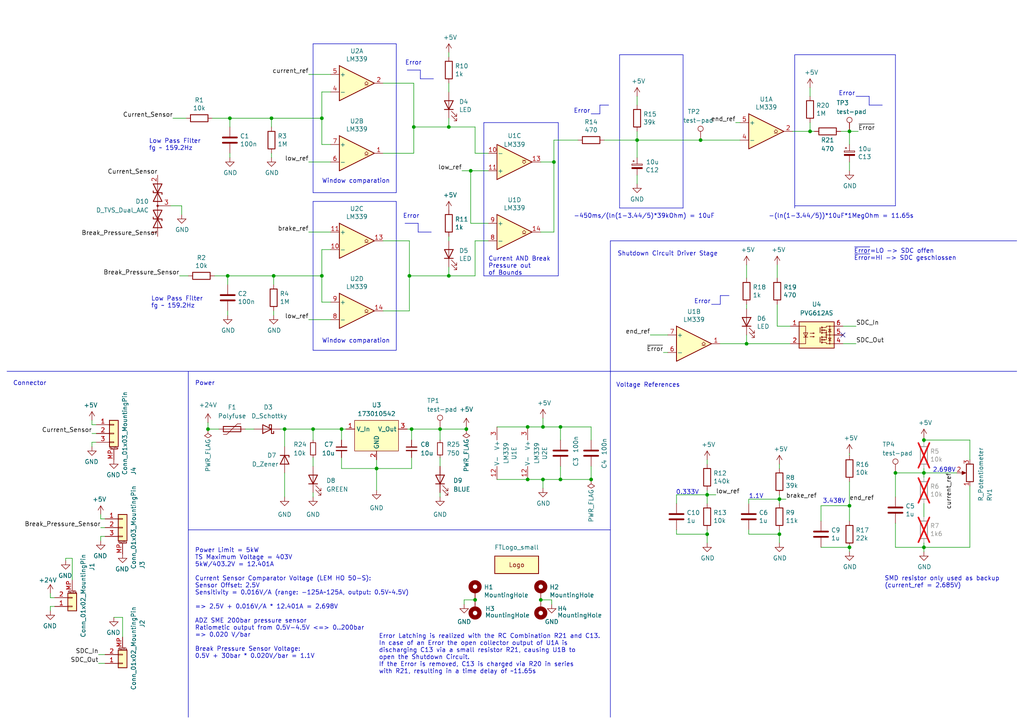
<source format=kicad_sch>
(kicad_sch
	(version 20250114)
	(generator "eeschema")
	(generator_version "9.0")
	(uuid "3b078104-7e9e-4a52-8931-d75a9f32a55c")
	(paper "A4")
	(title_block
		(title "BSPD")
		(date "2025-03-20")
		(rev "V1")
		(comment 1 "Johnny Hsu")
	)
	
	(text "~{Error}=LO	-> SDC offen\n~{Error}=HI -> SDC geschlossen"
		(exclude_from_sim no)
		(at 247.65 75.692 0)
		(effects
			(font
				(size 1.27 1.27)
			)
			(justify left bottom)
		)
		(uuid "10f3f5c9-2183-433a-9d52-94f6637385de")
	)
	(text "Shutdown Circuit Driver Stage"
		(exclude_from_sim no)
		(at 179.07 74.422 0)
		(effects
			(font
				(size 1.27 1.27)
			)
			(justify left bottom)
		)
		(uuid "2b1581b8-6a82-4a65-ab55-f88d24b7b484")
	)
	(text "0.333V"
		(exclude_from_sim no)
		(at 199.39 142.875 0)
		(effects
			(font
				(size 1.27 1.27)
			)
		)
		(uuid "34b01161-e7a2-4352-a4f0-7946a269658c")
	)
	(text "Current AND Break \nPressure out \nof Bounds\n"
		(exclude_from_sim no)
		(at 141.605 80.01 0)
		(effects
			(font
				(size 1.27 1.27)
			)
			(justify left bottom)
		)
		(uuid "4adc31fb-1826-409e-9dba-1546c87cae0b")
	)
	(text "Error"
		(exclude_from_sim no)
		(at 166.37 33.02 0)
		(effects
			(font
				(size 1.27 1.27)
			)
			(justify left bottom)
		)
		(uuid "59753539-28a4-4578-9952-78c4b817b8f6")
	)
	(text "Low Pass Filter\nfg ~ 159.2Hz"
		(exclude_from_sim no)
		(at 43.815 89.535 0)
		(effects
			(font
				(size 1.27 1.27)
			)
			(justify left bottom)
		)
		(uuid "60c39b9c-26db-40e3-997f-85611641af3c")
	)
	(text "Low Pass Filter\nfg ~ 159.2Hz"
		(exclude_from_sim no)
		(at 43.18 43.815 0)
		(effects
			(font
				(size 1.27 1.27)
			)
			(justify left bottom)
		)
		(uuid "61732727-c0f9-45e4-b6ae-68587c0d24ec")
	)
	(text "1.1V"
		(exclude_from_sim no)
		(at 217.17 144.78 0)
		(effects
			(font
				(size 1.27 1.27)
			)
			(justify left bottom)
		)
		(uuid "6217ecae-3787-4ef2-8483-4772c024694e")
	)
	(text "3.438V"
		(exclude_from_sim no)
		(at 241.935 145.415 0)
		(effects
			(font
				(size 1.27 1.27)
			)
		)
		(uuid "62251048-d670-458e-a2c9-09980cd236b2")
	)
	(text "Error"
		(exclude_from_sim no)
		(at 243.205 27.94 0)
		(effects
			(font
				(size 1.27 1.27)
			)
			(justify left bottom)
		)
		(uuid "78a2fbd6-ec96-43e1-8467-53c9840b0276")
	)
	(text "-(ln(1-3.44/5))*10uF*1MegOhm = 11.65s"
		(exclude_from_sim no)
		(at 222.885 63.5 0)
		(effects
			(font
				(size 1.27 1.27)
			)
			(justify left bottom)
		)
		(uuid "7cde2efa-352e-4380-997c-5ba5d8a098c6")
	)
	(text "Voltage References"
		(exclude_from_sim no)
		(at 187.96 111.76 0)
		(effects
			(font
				(size 1.27 1.27)
			)
		)
		(uuid "7f687585-acaa-4d39-b2b7-dc384998fdde")
	)
	(text "Error"
		(exclude_from_sim no)
		(at 201.295 88.265 0)
		(effects
			(font
				(size 1.27 1.27)
			)
			(justify left bottom)
		)
		(uuid "9151a412-0d43-452b-b1d1-8aefe2641d59")
	)
	(text "Window comparation\n"
		(exclude_from_sim no)
		(at 93.345 53.34 0)
		(effects
			(font
				(size 1.27 1.27)
			)
			(justify left bottom)
		)
		(uuid "93ef4fe0-b749-4d9d-8941-8c127c5ae459")
	)
	(text "Error"
		(exclude_from_sim no)
		(at 117.475 19.05 0)
		(effects
			(font
				(size 1.27 1.27)
			)
			(justify left bottom)
		)
		(uuid "9caae028-7f23-4b1f-9b36-ac2d92c94d01")
	)
	(text "2.698V"
		(exclude_from_sim no)
		(at 270.51 137.16 0)
		(effects
			(font
				(size 1.27 1.27)
			)
			(justify left bottom)
		)
		(uuid "9f0b16ba-12e7-4904-aeda-4f98bf2626b8")
	)
	(text "Error"
		(exclude_from_sim no)
		(at 116.84 63.5 0)
		(effects
			(font
				(size 1.27 1.27)
			)
			(justify left bottom)
		)
		(uuid "ade8d90d-0568-4297-a072-387ccfb2ea29")
	)
	(text "SMD resistor only used as backup\n(current_ref = 2.685V)"
		(exclude_from_sim no)
		(at 256.54 168.91 0)
		(effects
			(font
				(size 1.27 1.27)
			)
			(justify left)
		)
		(uuid "b27b6452-9939-40fa-a5f8-f2edbc0850d4")
	)
	(text "Connector"
		(exclude_from_sim no)
		(at 8.636 111.252 0)
		(effects
			(font
				(size 1.27 1.27)
			)
		)
		(uuid "d5e02a24-d354-4087-bb32-34d8baf0ac91")
	)
	(text "Power"
		(exclude_from_sim no)
		(at 59.436 111.252 0)
		(effects
			(font
				(size 1.27 1.27)
			)
		)
		(uuid "e0c52085-32b1-402b-a1ac-2d9bc5a33742")
	)
	(text "Power Limit = 5kW\nTS Maximum Voltage = 403V\n5kW/403.2V = 12.401A\n\nCurrent Sensor Comparator Voltage (LEM HO 50-S):\nSensor Offset: 2.5V\nSensitivity = 0.016V/A (range: -125A~125A, output: 0.5V~4.5V)\n\n=> 2.5V + 0.016V/A * 12.401A = 2.698V \n\nADZ SME 200bar pressure sensor\nRatiometic output from 0.5V-4.5V <=> 0..200bar\n=> 0.020 V/bar\n\nBreak Pressure Sensor Voltage:\n0.5V + 30bar * 0.020V/bar = 1.1V"
		(exclude_from_sim no)
		(at 56.515 191.135 0)
		(effects
			(font
				(size 1.27 1.27)
			)
			(justify left bottom)
		)
		(uuid "e22ccefc-3300-442e-a43f-6763dc34a4f0")
	)
	(text "-450ms/(ln(1-3.44/5)*39kOhm) = 10uF"
		(exclude_from_sim no)
		(at 166.37 63.5 0)
		(effects
			(font
				(size 1.27 1.27)
			)
			(justify left bottom)
		)
		(uuid "ee684a4e-e295-4f24-b2a3-f758e14c6f97")
	)
	(text "Window comparation"
		(exclude_from_sim no)
		(at 93.345 99.695 0)
		(effects
			(font
				(size 1.27 1.27)
			)
			(justify left bottom)
		)
		(uuid "eebb8b93-58e9-4d24-96e7-ff8e4faf99b4")
	)
	(text "Error Latching is realized with the RC Combination R21 and C13. \nIn case of an Error the open collector output of U1A is \ndischarging C13 via a small resistor R21, causing U1B to\nopen the Shutdown Circuit.\nIf the Error is removed, C13 is charged via R20 in series \nwith R21, resulting in a time delay of ~11.65s"
		(exclude_from_sim no)
		(at 109.855 195.58 0)
		(effects
			(font
				(size 1.27 1.27)
			)
			(justify left bottom)
		)
		(uuid "ff89c4c6-9da4-4591-b17d-a8dddab36438")
	)
	(junction
		(at 184.785 40.64)
		(diameter 0)
		(color 0 0 0 0)
		(uuid "02d690d3-7eb1-424b-a637-f0441c446847")
	)
	(junction
		(at 99.06 124.46)
		(diameter 0)
		(color 0 0 0 0)
		(uuid "0458f8d6-d0c3-458c-8e82-cc444fa3124f")
	)
	(junction
		(at 246.38 38.1)
		(diameter 0)
		(color 0 0 0 0)
		(uuid "06c74d33-22f4-4fde-a3fb-20ca542cd4b0")
	)
	(junction
		(at 156.845 173.99)
		(diameter 0)
		(color 0 0 0 0)
		(uuid "06fb1cbb-f25b-4301-b638-062cf91c8fcd")
	)
	(junction
		(at 205.105 143.51)
		(diameter 0)
		(color 0 0 0 0)
		(uuid "07d68cf4-cf26-494a-ad7d-ef3cd03594e6")
	)
	(junction
		(at 79.375 80.01)
		(diameter 0)
		(color 0 0 0 0)
		(uuid "0c064fd7-ff07-4667-bb75-8391ab6f72b5")
	)
	(junction
		(at 153.035 139.065)
		(diameter 0)
		(color 0 0 0 0)
		(uuid "0c0d150e-e401-4a19-9cc8-b434c5ff2e4c")
	)
	(junction
		(at 267.97 158.75)
		(diameter 0)
		(color 0 0 0 0)
		(uuid "112461c7-b9be-42a9-b362-6021372ba978")
	)
	(junction
		(at 171.45 139.065)
		(diameter 0)
		(color 0 0 0 0)
		(uuid "1798150b-b727-43bf-bb89-8ad75b043c93")
	)
	(junction
		(at 226.06 154.94)
		(diameter 0)
		(color 0 0 0 0)
		(uuid "18bcc3e2-20e2-465e-932d-7d26cac36623")
	)
	(junction
		(at 153.035 123.825)
		(diameter 0)
		(color 0 0 0 0)
		(uuid "1c4342d2-bcf1-4d37-a8c2-8d777f124aa2")
	)
	(junction
		(at 157.48 139.065)
		(diameter 0)
		(color 0 0 0 0)
		(uuid "2f84e17f-2d98-4988-8b9b-c91ff5594bdf")
	)
	(junction
		(at 136.525 49.53)
		(diameter 0)
		(color 0 0 0 0)
		(uuid "30b5ee56-3720-4a2d-9ee0-78d5fbd48af0")
	)
	(junction
		(at 118.745 80.01)
		(diameter 0)
		(color 0 0 0 0)
		(uuid "3368e8f6-165f-48eb-ac32-83cb88e63377")
	)
	(junction
		(at 267.97 137.16)
		(diameter 0)
		(color 0 0 0 0)
		(uuid "43ab5b80-79a9-4b08-b8f6-496557d74bf7")
	)
	(junction
		(at 259.715 137.16)
		(diameter 0)
		(color 0 0 0 0)
		(uuid "44fc85d1-0129-44f6-a7d1-776198683d7c")
	)
	(junction
		(at 127.635 124.46)
		(diameter 0)
		(color 0 0 0 0)
		(uuid "4935f7b4-c7f7-48a5-9121-8ebe77ce7023")
	)
	(junction
		(at 120.015 36.83)
		(diameter 0)
		(color 0 0 0 0)
		(uuid "4a804cbc-b668-42b2-9234-66b7081b2220")
	)
	(junction
		(at 267.97 127.635)
		(diameter 0)
		(color 0 0 0 0)
		(uuid "4bb7811f-eb59-4730-bf50-2113e6571f32")
	)
	(junction
		(at 90.805 124.46)
		(diameter 0)
		(color 0 0 0 0)
		(uuid "51655b20-c8fa-46dd-b8d8-ed44ee7b58e0")
	)
	(junction
		(at 119.38 124.46)
		(diameter 0)
		(color 0 0 0 0)
		(uuid "548e3987-aa39-4ea0-9f8f-bfa1774b0b92")
	)
	(junction
		(at 137.795 173.99)
		(diameter 0)
		(color 0 0 0 0)
		(uuid "55f4ecea-f517-46db-a8cc-bd98c075fb13")
	)
	(junction
		(at 130.175 36.83)
		(diameter 0)
		(color 0 0 0 0)
		(uuid "59019b33-e5d7-47a5-b697-da92c960d293")
	)
	(junction
		(at 160.655 46.99)
		(diameter 0)
		(color 0 0 0 0)
		(uuid "5d4c51cc-3039-45de-aede-c6f0bf2ba6b8")
	)
	(junction
		(at 234.95 38.1)
		(diameter 0)
		(color 0 0 0 0)
		(uuid "5fd5a07e-a9a3-48ea-88f8-c5d741b0d6b2")
	)
	(junction
		(at 226.06 144.78)
		(diameter 0)
		(color 0 0 0 0)
		(uuid "66aa2089-8ff2-4077-9185-adefd252a2c8")
	)
	(junction
		(at 203.2 40.64)
		(diameter 0)
		(color 0 0 0 0)
		(uuid "73350c8d-7141-4f80-abc3-d3171757ddd2")
	)
	(junction
		(at 246.38 158.75)
		(diameter 0)
		(color 0 0 0 0)
		(uuid "7709efe2-1390-487e-91e6-d8be8132aee9")
	)
	(junction
		(at 162.56 139.065)
		(diameter 0)
		(color 0 0 0 0)
		(uuid "8588352e-a2f9-4b66-95d7-e68f2a9c9038")
	)
	(junction
		(at 66.04 80.01)
		(diameter 0)
		(color 0 0 0 0)
		(uuid "8fa915e0-51c7-444b-8cc2-e8bb066962d7")
	)
	(junction
		(at 78.74 34.29)
		(diameter 0)
		(color 0 0 0 0)
		(uuid "a3688ae8-4672-4a89-af8c-8385ab151417")
	)
	(junction
		(at 60.325 124.46)
		(diameter 0)
		(color 0 0 0 0)
		(uuid "a6c6b364-7bce-4201-95f1-7583ff490abc")
	)
	(junction
		(at 162.56 123.825)
		(diameter 0)
		(color 0 0 0 0)
		(uuid "ae3f1345-5a2d-4f4d-ae05-dcebe084d843")
	)
	(junction
		(at 82.55 124.46)
		(diameter 0)
		(color 0 0 0 0)
		(uuid "be863020-4567-4509-bdcb-56bb803255c4")
	)
	(junction
		(at 157.48 123.825)
		(diameter 0)
		(color 0 0 0 0)
		(uuid "c6621e4e-1941-4ea1-9bfd-ebb879e0a948")
	)
	(junction
		(at 205.105 154.94)
		(diameter 0)
		(color 0 0 0 0)
		(uuid "c80b2f69-626e-4538-a37b-c1e0cbdfd599")
	)
	(junction
		(at 130.175 80.01)
		(diameter 0)
		(color 0 0 0 0)
		(uuid "cd84f5ae-cacc-4b78-9237-e9c6379a489b")
	)
	(junction
		(at 135.255 124.46)
		(diameter 0)
		(color 0 0 0 0)
		(uuid "d0ffe236-7d4f-4569-a5ad-619ee72a59c6")
	)
	(junction
		(at 246.38 146.685)
		(diameter 0)
		(color 0 0 0 0)
		(uuid "d3799bb2-a9db-4f42-8072-f7a4360b3370")
	)
	(junction
		(at 93.345 80.01)
		(diameter 0)
		(color 0 0 0 0)
		(uuid "efc63770-6c1a-4d94-b98e-634a1e24ff45")
	)
	(junction
		(at 93.345 34.29)
		(diameter 0)
		(color 0 0 0 0)
		(uuid "f2fcb01b-f454-47c9-a1b7-a081b24ae0cf")
	)
	(junction
		(at 216.535 99.695)
		(diameter 0)
		(color 0 0 0 0)
		(uuid "fa9d8a9b-57c4-492e-8ec2-e4c36e6342f7")
	)
	(junction
		(at 66.675 34.29)
		(diameter 0)
		(color 0 0 0 0)
		(uuid "fc2323eb-cb28-44c9-bec4-7732f2cd2e68")
	)
	(junction
		(at 109.22 135.89)
		(diameter 0)
		(color 0 0 0 0)
		(uuid "fd0e4892-3053-494b-b2b0-13d651fdaf55")
	)
	(no_connect
		(at 244.475 97.155)
		(uuid "d3ddf772-ea98-490c-bf6e-303d1758f40b")
	)
	(polyline
		(pts
			(xy 90.805 55.88) (xy 90.805 12.7)
		)
		(stroke
			(width 0)
			(type default)
		)
		(uuid "001e511e-de57-4a85-9bab-dd234b1015fa")
	)
	(polyline
		(pts
			(xy 118.11 20.32) (xy 121.92 20.32)
		)
		(stroke
			(width 0)
			(type solid)
		)
		(uuid "0078c7ef-7e33-44d6-b635-4885fd7831ca")
	)
	(wire
		(pts
			(xy 27.94 125.73) (xy 26.67 125.73)
		)
		(stroke
			(width 0)
			(type default)
		)
		(uuid "00b14196-a93a-4f20-b3c2-8e9db93cec6f")
	)
	(wire
		(pts
			(xy 130.175 24.13) (xy 130.175 26.67)
		)
		(stroke
			(width 0)
			(type default)
		)
		(uuid "00dc4daf-f5b5-4889-a6f1-e85d8f7b08c8")
	)
	(wire
		(pts
			(xy 133.985 49.53) (xy 136.525 49.53)
		)
		(stroke
			(width 0)
			(type default)
		)
		(uuid "01f2e5d3-4296-4677-bff4-8d113ba07bd3")
	)
	(wire
		(pts
			(xy 246.38 131.445) (xy 246.38 132.08)
		)
		(stroke
			(width 0)
			(type default)
		)
		(uuid "024a4d45-f78d-4557-9f62-8f2c4b21d132")
	)
	(wire
		(pts
			(xy 236.22 38.1) (xy 234.95 38.1)
		)
		(stroke
			(width 0)
			(type default)
		)
		(uuid "044387c8-7065-4901-b719-a6c257a2745b")
	)
	(wire
		(pts
			(xy 205.105 154.94) (xy 205.105 157.48)
		)
		(stroke
			(width 0)
			(type default)
		)
		(uuid "0597ed0d-4656-46d5-af17-2d9c89c7fd61")
	)
	(wire
		(pts
			(xy 156.845 67.31) (xy 160.655 67.31)
		)
		(stroke
			(width 0)
			(type default)
		)
		(uuid "061beca8-7fa4-470e-8d52-2be35660c92e")
	)
	(wire
		(pts
			(xy 281.305 158.75) (xy 267.97 158.75)
		)
		(stroke
			(width 0)
			(type default)
		)
		(uuid "0a396313-07ab-4f53-9146-483e6f1547fc")
	)
	(wire
		(pts
			(xy 238.125 146.685) (xy 246.38 146.685)
		)
		(stroke
			(width 0)
			(type default)
		)
		(uuid "0b6bf03c-7b37-4526-b905-aaeacce58b2a")
	)
	(wire
		(pts
			(xy 109.22 133.35) (xy 109.22 135.89)
		)
		(stroke
			(width 0)
			(type default)
		)
		(uuid "0c33e869-acbf-41d4-b086-12b2f47c41f9")
	)
	(wire
		(pts
			(xy 259.715 137.16) (xy 267.97 137.16)
		)
		(stroke
			(width 0)
			(type default)
		)
		(uuid "0cc0b05b-d9e3-468f-b0ec-bb2d7b05cad6")
	)
	(wire
		(pts
			(xy 130.175 80.01) (xy 137.795 80.01)
		)
		(stroke
			(width 0)
			(type default)
		)
		(uuid "0d07fcd0-f92e-413f-ac02-3d86fb67e7ad")
	)
	(wire
		(pts
			(xy 93.345 80.01) (xy 93.345 87.63)
		)
		(stroke
			(width 0)
			(type default)
		)
		(uuid "0d94ae63-5f0d-4821-b883-bd63b5162d65")
	)
	(wire
		(pts
			(xy 130.175 77.47) (xy 130.175 80.01)
		)
		(stroke
			(width 0)
			(type default)
		)
		(uuid "0f223f09-e7ec-4975-a031-a23d16355a82")
	)
	(wire
		(pts
			(xy 137.795 44.45) (xy 137.795 36.83)
		)
		(stroke
			(width 0)
			(type default)
		)
		(uuid "0f8741af-8122-4c88-bec3-b4327e4feb9b")
	)
	(wire
		(pts
			(xy 246.38 139.7) (xy 246.38 146.685)
		)
		(stroke
			(width 0)
			(type default)
		)
		(uuid "10a0b4ae-27da-4447-8abc-2d3ac8f3d620")
	)
	(wire
		(pts
			(xy 184.785 50.8) (xy 184.785 53.34)
		)
		(stroke
			(width 0)
			(type default)
		)
		(uuid "10f1da89-6f6a-46cb-a319-375bc5280e4b")
	)
	(wire
		(pts
			(xy 196.215 154.94) (xy 205.105 154.94)
		)
		(stroke
			(width 0)
			(type default)
		)
		(uuid "120c46a5-1723-47ce-8724-833f29687cb8")
	)
	(polyline
		(pts
			(xy 173.99 30.48) (xy 176.53 30.48)
		)
		(stroke
			(width 0)
			(type solid)
		)
		(uuid "1289eba9-c355-42e3-b3a8-46ea8c858553")
	)
	(wire
		(pts
			(xy 238.125 158.75) (xy 246.38 158.75)
		)
		(stroke
			(width 0)
			(type default)
		)
		(uuid "13eae7a8-c8d4-4a74-a325-219af8799895")
	)
	(wire
		(pts
			(xy 229.87 38.1) (xy 234.95 38.1)
		)
		(stroke
			(width 0)
			(type default)
		)
		(uuid "14034313-28ce-418b-9c1d-68184c5ad3f6")
	)
	(wire
		(pts
			(xy 119.38 124.46) (xy 127.635 124.46)
		)
		(stroke
			(width 0)
			(type default)
		)
		(uuid "1403f7d1-64a3-48fe-90d3-dc853604b652")
	)
	(wire
		(pts
			(xy 184.785 40.64) (xy 184.785 38.1)
		)
		(stroke
			(width 0)
			(type default)
		)
		(uuid "14976ad9-7af3-449e-969a-dabe604db984")
	)
	(wire
		(pts
			(xy 217.17 153.67) (xy 217.17 154.94)
		)
		(stroke
			(width 0)
			(type default)
		)
		(uuid "17abc560-a41b-47dc-ab11-11014fe7bfcc")
	)
	(wire
		(pts
			(xy 157.48 139.065) (xy 162.56 139.065)
		)
		(stroke
			(width 0)
			(type default)
		)
		(uuid "188001dc-f484-4138-a372-50f5ca12ac0c")
	)
	(wire
		(pts
			(xy 127.635 124.46) (xy 127.635 127.635)
		)
		(stroke
			(width 0)
			(type default)
		)
		(uuid "1befc1e9-d449-4d05-affd-ff63fbb6178a")
	)
	(wire
		(pts
			(xy 61.595 34.29) (xy 66.675 34.29)
		)
		(stroke
			(width 0)
			(type default)
		)
		(uuid "1ccafd5e-08c7-4535-b73b-f77c1ba21da5")
	)
	(wire
		(pts
			(xy 244.475 99.695) (xy 248.285 99.695)
		)
		(stroke
			(width 0)
			(type default)
		)
		(uuid "1d0a5ef0-0b22-45f2-9605-f2d62c596f35")
	)
	(wire
		(pts
			(xy 120.015 36.83) (xy 130.175 36.83)
		)
		(stroke
			(width 0)
			(type default)
		)
		(uuid "1d3861ad-bf1a-4b41-910a-1bcd44423bf6")
	)
	(polyline
		(pts
			(xy 114.935 12.7) (xy 114.935 55.88)
		)
		(stroke
			(width 0)
			(type default)
		)
		(uuid "1eda520c-dec0-4da9-bfcd-5279b8cdac81")
	)
	(wire
		(pts
			(xy 267.97 157.48) (xy 267.97 158.75)
		)
		(stroke
			(width 0)
			(type default)
		)
		(uuid "1ee67f8b-5604-4109-8297-33f5cc49f0fd")
	)
	(wire
		(pts
			(xy 82.55 124.46) (xy 90.805 124.46)
		)
		(stroke
			(width 0)
			(type default)
		)
		(uuid "1f07c4d0-8f68-40c2-aebb-120a9effec3b")
	)
	(wire
		(pts
			(xy 109.22 135.89) (xy 119.38 135.89)
		)
		(stroke
			(width 0)
			(type default)
		)
		(uuid "216fb90c-6f87-40dd-b949-62be97dd97df")
	)
	(wire
		(pts
			(xy 118.745 90.17) (xy 111.125 90.17)
		)
		(stroke
			(width 0)
			(type default)
		)
		(uuid "21d74ba7-2814-4833-9cbb-22ad5d79d3dc")
	)
	(wire
		(pts
			(xy 63.5 124.46) (xy 60.325 124.46)
		)
		(stroke
			(width 0)
			(type default)
		)
		(uuid "21f43952-e581-4625-b646-a8a272a514b9")
	)
	(wire
		(pts
			(xy 246.38 38.1) (xy 246.38 41.91)
		)
		(stroke
			(width 0)
			(type default)
		)
		(uuid "22d99b63-8bea-48c9-98e6-eda12c7977f1")
	)
	(polyline
		(pts
			(xy 230.505 59.69) (xy 259.715 59.69)
		)
		(stroke
			(width 0)
			(type default)
		)
		(uuid "236a00e1-e639-44d1-a1d4-60cd441d82e9")
	)
	(wire
		(pts
			(xy 66.675 44.45) (xy 66.675 45.72)
		)
		(stroke
			(width 0)
			(type default)
		)
		(uuid "25e092fc-deed-47a1-b6a0-7cdef9fd2396")
	)
	(polyline
		(pts
			(xy 206.375 88.265) (xy 208.915 88.265)
		)
		(stroke
			(width 0)
			(type solid)
		)
		(uuid "27d993d8-7612-42b8-aff0-342c28898a00")
	)
	(polyline
		(pts
			(xy 121.92 22.86) (xy 125.73 22.86)
		)
		(stroke
			(width 0)
			(type solid)
		)
		(uuid "2876d16e-097a-47f2-b487-a17ed0f36d5f")
	)
	(wire
		(pts
			(xy 234.95 25.4) (xy 234.95 27.94)
		)
		(stroke
			(width 0)
			(type default)
		)
		(uuid "2a493b31-a13a-4aed-a683-bea3c889beb0")
	)
	(wire
		(pts
			(xy 78.74 36.83) (xy 78.74 34.29)
		)
		(stroke
			(width 0)
			(type default)
		)
		(uuid "2a831477-d633-447d-8624-5be1b843e471")
	)
	(wire
		(pts
			(xy 79.375 80.01) (xy 93.345 80.01)
		)
		(stroke
			(width 0)
			(type default)
		)
		(uuid "2a944ed6-4ad9-4711-8528-f6dda82d3d91")
	)
	(polyline
		(pts
			(xy 54.61 107.696) (xy 54.61 208.026)
		)
		(stroke
			(width 0)
			(type default)
		)
		(uuid "2b9bbbcf-3e95-4bba-a878-0c0c16d5b02d")
	)
	(wire
		(pts
			(xy 226.06 144.78) (xy 226.06 146.05)
		)
		(stroke
			(width 0)
			(type default)
		)
		(uuid "2d095b22-d27f-410c-80cb-80e19a581eff")
	)
	(wire
		(pts
			(xy 111.125 24.13) (xy 120.015 24.13)
		)
		(stroke
			(width 0)
			(type default)
		)
		(uuid "3013cdc8-80db-42e1-8d05-754e7cdf0f06")
	)
	(wire
		(pts
			(xy 30.48 150.495) (xy 29.21 150.495)
		)
		(stroke
			(width 0)
			(type default)
		)
		(uuid "3014a030-2b92-4ea9-aa44-389b15d5c7c4")
	)
	(wire
		(pts
			(xy 15.875 173.355) (xy 14.605 173.355)
		)
		(stroke
			(width 0)
			(type default)
		)
		(uuid "31f2526e-be2e-443d-bd80-493dc079c3f1")
	)
	(wire
		(pts
			(xy 99.06 124.46) (xy 99.06 127.635)
		)
		(stroke
			(width 0)
			(type default)
		)
		(uuid "33105f4b-f47b-4119-aa7e-e2906461987f")
	)
	(polyline
		(pts
			(xy 121.92 20.32) (xy 121.92 22.86)
		)
		(stroke
			(width 0)
			(type solid)
		)
		(uuid "3639d1d8-9a8b-4479-9419-0bbf03c83844")
	)
	(wire
		(pts
			(xy 141.605 44.45) (xy 137.795 44.45)
		)
		(stroke
			(width 0)
			(type default)
		)
		(uuid "39d81bf0-761a-4c95-a8ea-2b60e098a8f2")
	)
	(wire
		(pts
			(xy 90.805 132.715) (xy 90.805 135.255)
		)
		(stroke
			(width 0)
			(type default)
		)
		(uuid "3b94f7cc-1bbe-4f9e-9bf5-f9c0f6183298")
	)
	(wire
		(pts
			(xy 225.425 94.615) (xy 229.235 94.615)
		)
		(stroke
			(width 0)
			(type default)
		)
		(uuid "3d001dc4-94bc-4f7e-950c-757374016f54")
	)
	(wire
		(pts
			(xy 127.635 142.875) (xy 127.635 144.145)
		)
		(stroke
			(width 0)
			(type default)
		)
		(uuid "3d868ad1-914e-4bbc-8c72-aa09bdf2f744")
	)
	(wire
		(pts
			(xy 90.805 124.46) (xy 90.805 127.635)
		)
		(stroke
			(width 0)
			(type default)
		)
		(uuid "3dc14943-d1aa-4203-b279-84ace039c92e")
	)
	(wire
		(pts
			(xy 216.535 88.265) (xy 216.535 89.535)
		)
		(stroke
			(width 0)
			(type default)
		)
		(uuid "3dd28df5-363b-4563-91b9-3a214c0a7204")
	)
	(wire
		(pts
			(xy 130.175 36.83) (xy 137.795 36.83)
		)
		(stroke
			(width 0)
			(type default)
		)
		(uuid "4063ed0f-5e2f-4106-900d-656097b1ea94")
	)
	(wire
		(pts
			(xy 136.525 64.77) (xy 141.605 64.77)
		)
		(stroke
			(width 0)
			(type default)
		)
		(uuid "45bd3f3d-f7b4-4793-8d20-9cfb29ce164c")
	)
	(polyline
		(pts
			(xy 161.925 35.56) (xy 161.925 80.01)
		)
		(stroke
			(width 0)
			(type default)
		)
		(uuid "464696f4-8924-40b8-9f30-3aac5ba7902e")
	)
	(wire
		(pts
			(xy 29.21 156.845) (xy 29.21 155.575)
		)
		(stroke
			(width 0)
			(type default)
		)
		(uuid "4651fa25-82b9-44b9-8981-909315c2b2fb")
	)
	(wire
		(pts
			(xy 52.07 80.01) (xy 54.61 80.01)
		)
		(stroke
			(width 0)
			(type default)
		)
		(uuid "46a97759-619f-44ab-a056-49f30ef50f47")
	)
	(wire
		(pts
			(xy 226.06 143.51) (xy 226.06 144.78)
		)
		(stroke
			(width 0)
			(type default)
		)
		(uuid "48c4fc06-0c85-48af-b2cf-6878e20db610")
	)
	(wire
		(pts
			(xy 27.94 128.27) (xy 26.67 128.27)
		)
		(stroke
			(width 0)
			(type default)
		)
		(uuid "4a443806-848f-44d8-8c49-e628577502b9")
	)
	(wire
		(pts
			(xy 188.595 97.155) (xy 193.675 97.155)
		)
		(stroke
			(width 0)
			(type default)
		)
		(uuid "4c9e552f-8ede-4c66-8d24-025ae040e7ad")
	)
	(polyline
		(pts
			(xy 114.935 55.88) (xy 90.805 55.88)
		)
		(stroke
			(width 0)
			(type default)
		)
		(uuid "4f5d1f21-ccd7-4ff7-a7bc-9fd9e11790a9")
	)
	(polyline
		(pts
			(xy 252.095 30.48) (xy 255.905 30.48)
		)
		(stroke
			(width 0)
			(type solid)
		)
		(uuid "4fbd31df-b708-475e-88d1-cf11f1d86d67")
	)
	(wire
		(pts
			(xy 267.97 137.16) (xy 277.495 137.16)
		)
		(stroke
			(width 0)
			(type default)
		)
		(uuid "512b2b08-f402-4cc7-87ce-98dcdc1e29b9")
	)
	(polyline
		(pts
			(xy 140.335 35.56) (xy 140.335 80.01)
		)
		(stroke
			(width 0)
			(type default)
		)
		(uuid "5373489d-609a-44ad-8d47-ae922f4f39b0")
	)
	(polyline
		(pts
			(xy 198.12 15.875) (xy 179.705 15.875)
		)
		(stroke
			(width 0)
			(type default)
		)
		(uuid "54f404ca-28f7-4fed-87e6-df6bdf53b8bf")
	)
	(polyline
		(pts
			(xy 90.805 58.42) (xy 114.935 58.42)
		)
		(stroke
			(width 0)
			(type default)
		)
		(uuid "588a8328-0c06-43ea-ba0a-a9a5875263e7")
	)
	(wire
		(pts
			(xy 66.04 90.17) (xy 66.04 91.44)
		)
		(stroke
			(width 0)
			(type default)
		)
		(uuid "58ce2a38-3c32-4467-8882-267205ef6cce")
	)
	(wire
		(pts
			(xy 118.745 80.01) (xy 118.745 90.17)
		)
		(stroke
			(width 0)
			(type default)
		)
		(uuid "5a23084a-1682-40a1-8b13-4820af964169")
	)
	(polyline
		(pts
			(xy 121.285 64.77) (xy 121.285 67.31)
		)
		(stroke
			(width 0)
			(type solid)
		)
		(uuid "5b6279b8-3d2b-46e6-afb2-6b2a6fb38bbd")
	)
	(wire
		(pts
			(xy 89.535 92.71) (xy 95.885 92.71)
		)
		(stroke
			(width 0)
			(type default)
		)
		(uuid "5c6ed078-a2bc-403a-9b34-0d133236d753")
	)
	(polyline
		(pts
			(xy 114.935 101.6) (xy 90.805 101.6)
		)
		(stroke
			(width 0)
			(type default)
		)
		(uuid "5c70cea8-9769-415b-bcc7-f8bb41a0c9b2")
	)
	(wire
		(pts
			(xy 52.705 59.69) (xy 49.53 59.69)
		)
		(stroke
			(width 0)
			(type default)
		)
		(uuid "5f4cd65c-e6b0-4c31-ae3d-9d27e7f64832")
	)
	(wire
		(pts
			(xy 120.015 36.83) (xy 120.015 24.13)
		)
		(stroke
			(width 0)
			(type default)
		)
		(uuid "600bbab9-7f19-4ea4-b617-73b78b70e2c1")
	)
	(wire
		(pts
			(xy 130.175 15.24) (xy 130.175 16.51)
		)
		(stroke
			(width 0)
			(type default)
		)
		(uuid "601b497d-e5df-4108-a523-828b4551291e")
	)
	(wire
		(pts
			(xy 267.97 127.635) (xy 281.305 127.635)
		)
		(stroke
			(width 0)
			(type default)
		)
		(uuid "609f1ec7-9cce-4499-900e-512147397fb4")
	)
	(wire
		(pts
			(xy 267.97 146.05) (xy 267.97 149.86)
		)
		(stroke
			(width 0)
			(type default)
		)
		(uuid "62de040a-9468-466e-bf45-b1f612f34b5d")
	)
	(wire
		(pts
			(xy 259.715 158.75) (xy 267.97 158.75)
		)
		(stroke
			(width 0)
			(type default)
		)
		(uuid "641ade85-6bbd-4eba-99a2-1461307da5c0")
	)
	(wire
		(pts
			(xy 90.805 142.875) (xy 90.805 144.145)
		)
		(stroke
			(width 0)
			(type default)
		)
		(uuid "649d226e-d908-4fb5-8991-0af73607b009")
	)
	(wire
		(pts
			(xy 89.535 67.31) (xy 95.885 67.31)
		)
		(stroke
			(width 0)
			(type default)
		)
		(uuid "64be79ff-65eb-4a3a-bf4b-f5e204971850")
	)
	(wire
		(pts
			(xy 203.2 40.64) (xy 214.63 40.64)
		)
		(stroke
			(width 0)
			(type default)
		)
		(uuid "6abcf0e1-bc51-4895-8d1d-d9053c606b20")
	)
	(wire
		(pts
			(xy 81.28 124.46) (xy 82.55 124.46)
		)
		(stroke
			(width 0)
			(type default)
		)
		(uuid "6edfb8a9-8cc9-42e4-8258-00d0e8e0202c")
	)
	(wire
		(pts
			(xy 95.885 72.39) (xy 93.345 72.39)
		)
		(stroke
			(width 0)
			(type default)
		)
		(uuid "708aa86d-bf05-4c57-aaae-6df603e15a2e")
	)
	(wire
		(pts
			(xy 118.11 124.46) (xy 119.38 124.46)
		)
		(stroke
			(width 0)
			(type default)
		)
		(uuid "7097e522-77cd-43b1-8ac8-1ba3b7f41191")
	)
	(polyline
		(pts
			(xy 140.335 80.01) (xy 161.925 80.01)
		)
		(stroke
			(width 0)
			(type default)
		)
		(uuid "70f2f59e-d26a-4945-859b-cb890c9d15da")
	)
	(wire
		(pts
			(xy 216.535 99.695) (xy 208.915 99.695)
		)
		(stroke
			(width 0)
			(type default)
		)
		(uuid "71feb915-488e-4dff-851c-13304d9e648c")
	)
	(wire
		(pts
			(xy 196.215 143.51) (xy 196.215 146.05)
		)
		(stroke
			(width 0)
			(type default)
		)
		(uuid "736337ad-7c35-4001-ba96-09066e183edd")
	)
	(wire
		(pts
			(xy 66.04 80.01) (xy 79.375 80.01)
		)
		(stroke
			(width 0)
			(type default)
		)
		(uuid "738d50ac-2592-4f26-bae9-6debec8e4e85")
	)
	(polyline
		(pts
			(xy 173.99 33.02) (xy 173.99 30.48)
		)
		(stroke
			(width 0)
			(type solid)
		)
		(uuid "74fbde27-3525-488a-8484-501309e98b13")
	)
	(wire
		(pts
			(xy 89.535 21.59) (xy 95.885 21.59)
		)
		(stroke
			(width 0)
			(type default)
		)
		(uuid "7641fc4e-3dd4-4bd7-b699-8138af94aa90")
	)
	(polyline
		(pts
			(xy 179.705 15.875) (xy 179.705 60.325)
		)
		(stroke
			(width 0)
			(type default)
		)
		(uuid "7674f190-796f-4bd8-85c0-1bec074adfdb")
	)
	(polyline
		(pts
			(xy 90.805 101.6) (xy 90.805 58.42)
		)
		(stroke
			(width 0)
			(type default)
		)
		(uuid "7766a5db-d545-4a0c-beb1-8abcda00e205")
	)
	(wire
		(pts
			(xy 93.345 41.91) (xy 95.885 41.91)
		)
		(stroke
			(width 0)
			(type default)
		)
		(uuid "7844f367-70a2-40d8-ba8f-ff033f5d6977")
	)
	(wire
		(pts
			(xy 60.325 124.46) (xy 60.325 122.555)
		)
		(stroke
			(width 0)
			(type default)
		)
		(uuid "7ad9f868-8fb2-4e1d-9f5f-2a059a17f32a")
	)
	(wire
		(pts
			(xy 217.17 144.78) (xy 217.17 146.05)
		)
		(stroke
			(width 0)
			(type default)
		)
		(uuid "7c5f0b29-5814-4f07-a24f-06b2f0303fa8")
	)
	(polyline
		(pts
			(xy 179.705 60.325) (xy 198.12 60.325)
		)
		(stroke
			(width 0)
			(type default)
		)
		(uuid "7d1887cf-0537-4b67-b1d3-7fbdeffeca64")
	)
	(wire
		(pts
			(xy 66.675 34.29) (xy 66.675 36.83)
		)
		(stroke
			(width 0)
			(type default)
		)
		(uuid "7f0b9979-b71e-485b-b4f5-832749647b9d")
	)
	(wire
		(pts
			(xy 248.285 94.615) (xy 244.475 94.615)
		)
		(stroke
			(width 0)
			(type default)
		)
		(uuid "806ed57f-a53b-4b4b-a18a-0a4cc392cc84")
	)
	(wire
		(pts
			(xy 157.48 121.285) (xy 157.48 123.825)
		)
		(stroke
			(width 0)
			(type default)
		)
		(uuid "80eb8b13-ad1d-4b8d-b97d-32b9bd5b67c4")
	)
	(wire
		(pts
			(xy 205.105 133.35) (xy 205.105 134.62)
		)
		(stroke
			(width 0)
			(type default)
		)
		(uuid "853f63b4-82c5-4d12-b58d-488e3212b24c")
	)
	(wire
		(pts
			(xy 157.48 123.825) (xy 162.56 123.825)
		)
		(stroke
			(width 0)
			(type default)
		)
		(uuid "8543a557-ae40-469a-91bc-7ee90405d181")
	)
	(wire
		(pts
			(xy 246.38 158.75) (xy 246.38 160.02)
		)
		(stroke
			(width 0)
			(type default)
		)
		(uuid "86875330-ff76-4e25-b30a-1817080df15f")
	)
	(wire
		(pts
			(xy 153.035 123.825) (xy 157.48 123.825)
		)
		(stroke
			(width 0)
			(type default)
		)
		(uuid "87df2899-3b9e-436c-8917-6fee4ae4eb3d")
	)
	(wire
		(pts
			(xy 144.145 123.825) (xy 153.035 123.825)
		)
		(stroke
			(width 0)
			(type default)
		)
		(uuid "882ccace-32df-4a77-99db-1439be4f6f64")
	)
	(wire
		(pts
			(xy 99.06 132.715) (xy 99.06 135.89)
		)
		(stroke
			(width 0)
			(type default)
		)
		(uuid "88ff9093-8d75-4c2b-bf8f-3c46a5df128a")
	)
	(wire
		(pts
			(xy 160.655 46.99) (xy 156.845 46.99)
		)
		(stroke
			(width 0)
			(type default)
		)
		(uuid "8a491fca-e998-4b94-b713-5a1667b2c7c2")
	)
	(wire
		(pts
			(xy 226.06 154.94) (xy 226.06 157.48)
		)
		(stroke
			(width 0)
			(type default)
		)
		(uuid "8ad2b125-cd02-4535-9a5d-631b96e88032")
	)
	(wire
		(pts
			(xy 162.56 123.825) (xy 171.45 123.825)
		)
		(stroke
			(width 0)
			(type default)
		)
		(uuid "8ba55fb3-8db2-4277-884f-2bce1355cf54")
	)
	(polyline
		(pts
			(xy 171.45 33.02) (xy 173.99 33.02)
		)
		(stroke
			(width 0)
			(type solid)
		)
		(uuid "8c457f7f-b5f6-466d-bea8-12b38b608338")
	)
	(polyline
		(pts
			(xy 259.715 15.875) (xy 259.715 59.69)
		)
		(stroke
			(width 0)
			(type default)
		)
		(uuid "8cc23b6a-73fd-4c95-9e74-84ea83042d6b")
	)
	(wire
		(pts
			(xy 281.305 140.97) (xy 281.305 158.75)
		)
		(stroke
			(width 0)
			(type default)
		)
		(uuid "8d898212-f734-461b-a672-bc2f933ef973")
	)
	(wire
		(pts
			(xy 27.94 123.19) (xy 26.67 123.19)
		)
		(stroke
			(width 0)
			(type default)
		)
		(uuid "8da7390e-b891-4d83-a231-b46390bf5713")
	)
	(wire
		(pts
			(xy 30.48 155.575) (xy 29.21 155.575)
		)
		(stroke
			(width 0)
			(type default)
		)
		(uuid "8eb885ec-27fa-40d7-bf51-33e42fe3bf01")
	)
	(wire
		(pts
			(xy 225.425 76.835) (xy 225.425 80.645)
		)
		(stroke
			(width 0)
			(type default)
		)
		(uuid "8f57bc11-c785-4fc6-81a2-3383b86a612b")
	)
	(wire
		(pts
			(xy 99.06 124.46) (xy 100.33 124.46)
		)
		(stroke
			(width 0)
			(type default)
		)
		(uuid "8fcb4e5c-ba40-48d6-be53-57fe310f184e")
	)
	(wire
		(pts
			(xy 216.535 97.155) (xy 216.535 99.695)
		)
		(stroke
			(width 0)
			(type default)
		)
		(uuid "906e4ff9-665e-4cb5-80e5-8ca2e618c4bc")
	)
	(wire
		(pts
			(xy 35.56 179.07) (xy 35.56 184.785)
		)
		(stroke
			(width 0)
			(type default)
		)
		(uuid "9101f307-16cc-4e41-8cdb-c12754a539c1")
	)
	(wire
		(pts
			(xy 226.06 153.67) (xy 226.06 154.94)
		)
		(stroke
			(width 0)
			(type default)
		)
		(uuid "914a66dd-0116-4f07-8d31-a37f9d606019")
	)
	(wire
		(pts
			(xy 62.23 80.01) (xy 66.04 80.01)
		)
		(stroke
			(width 0)
			(type default)
		)
		(uuid "91fc3c78-9d36-44f1-b514-a962c809ec34")
	)
	(wire
		(pts
			(xy 243.84 38.1) (xy 246.38 38.1)
		)
		(stroke
			(width 0)
			(type default)
		)
		(uuid "9234c646-e20a-4593-af6b-c8a5dcbd51d4")
	)
	(wire
		(pts
			(xy 205.105 143.51) (xy 205.105 146.05)
		)
		(stroke
			(width 0)
			(type default)
		)
		(uuid "92dc6f5e-25a3-4bfb-9fb3-ddb92ce66627")
	)
	(wire
		(pts
			(xy 226.06 144.78) (xy 217.17 144.78)
		)
		(stroke
			(width 0)
			(type default)
		)
		(uuid "934cb7ad-0508-46fb-a83e-985e00564717")
	)
	(polyline
		(pts
			(xy 140.335 35.56) (xy 161.925 35.56)
		)
		(stroke
			(width 0)
			(type default)
		)
		(uuid "93565e28-e235-4fc4-803a-3acf4d72ffc5")
	)
	(polyline
		(pts
			(xy 177.038 69.85) (xy 294.894 69.85)
		)
		(stroke
			(width 0)
			(type default)
		)
		(uuid "94013b7a-59a0-4273-90bc-da95c8db1a0c")
	)
	(wire
		(pts
			(xy 78.74 44.45) (xy 78.74 45.72)
		)
		(stroke
			(width 0)
			(type default)
		)
		(uuid "943907ec-586e-4127-a3bd-bb7bd746b2d3")
	)
	(wire
		(pts
			(xy 136.525 49.53) (xy 141.605 49.53)
		)
		(stroke
			(width 0)
			(type default)
		)
		(uuid "9542ce02-813b-4f41-8521-f5b253987a24")
	)
	(wire
		(pts
			(xy 90.805 124.46) (xy 99.06 124.46)
		)
		(stroke
			(width 0)
			(type default)
		)
		(uuid "97543a4a-ef34-45d2-9b8b-e833e35302fa")
	)
	(wire
		(pts
			(xy 118.745 69.85) (xy 118.745 80.01)
		)
		(stroke
			(width 0)
			(type default)
		)
		(uuid "97b637c1-55ad-484e-9ddb-95fa03b2b2cd")
	)
	(wire
		(pts
			(xy 229.235 99.695) (xy 216.535 99.695)
		)
		(stroke
			(width 0)
			(type default)
		)
		(uuid "9821d49b-effc-45f5-87d4-20e5551537f3")
	)
	(wire
		(pts
			(xy 184.785 40.64) (xy 184.785 45.72)
		)
		(stroke
			(width 0)
			(type default)
		)
		(uuid "987080df-e9b2-4df6-8bf5-1fe9f4284f23")
	)
	(wire
		(pts
			(xy 29.21 149.225) (xy 29.21 150.495)
		)
		(stroke
			(width 0)
			(type default)
		)
		(uuid "98de0a24-2348-4676-82fa-239c195769a6")
	)
	(polyline
		(pts
			(xy 248.285 27.94) (xy 252.095 27.94)
		)
		(stroke
			(width 0)
			(type solid)
		)
		(uuid "992f07d9-bfd1-47c8-92dd-80a567d43861")
	)
	(wire
		(pts
			(xy 281.305 127.635) (xy 281.305 133.35)
		)
		(stroke
			(width 0)
			(type default)
		)
		(uuid "9d5be662-a22d-4c9f-864d-9b9835ca92b2")
	)
	(wire
		(pts
			(xy 66.04 82.55) (xy 66.04 80.01)
		)
		(stroke
			(width 0)
			(type default)
		)
		(uuid "9e1fbc47-56c3-42b0-a174-79ac5cca7685")
	)
	(wire
		(pts
			(xy 89.535 46.99) (xy 95.885 46.99)
		)
		(stroke
			(width 0)
			(type default)
		)
		(uuid "9e2c6809-1d8f-46b8-8348-21fb1272bdd2")
	)
	(wire
		(pts
			(xy 171.45 135.255) (xy 171.45 139.065)
		)
		(stroke
			(width 0)
			(type default)
		)
		(uuid "9e6fa4d7-7609-4713-99d3-81a086429362")
	)
	(polyline
		(pts
			(xy 230.505 15.875) (xy 230.505 60.325)
		)
		(stroke
			(width 0)
			(type default)
		)
		(uuid "a13d3e97-e748-4a06-b00e-228fb37c0b0c")
	)
	(wire
		(pts
			(xy 248.92 38.1) (xy 246.38 38.1)
		)
		(stroke
			(width 0)
			(type default)
		)
		(uuid "a1ce4b15-5b1d-480f-b785-f15e18b0c41a")
	)
	(wire
		(pts
			(xy 226.06 134.62) (xy 226.06 135.89)
		)
		(stroke
			(width 0)
			(type default)
		)
		(uuid "a32e9ec3-b492-49f9-bf81-141e733acc59")
	)
	(wire
		(pts
			(xy 184.785 40.64) (xy 203.2 40.64)
		)
		(stroke
			(width 0)
			(type default)
		)
		(uuid "a3a1f9cd-fd2c-4c52-a45c-962ccbed39da")
	)
	(wire
		(pts
			(xy 246.38 46.99) (xy 246.38 49.53)
		)
		(stroke
			(width 0)
			(type default)
		)
		(uuid "a45af401-2a54-433a-8bb0-d87b8bf11820")
	)
	(wire
		(pts
			(xy 93.345 87.63) (xy 95.885 87.63)
		)
		(stroke
			(width 0)
			(type default)
		)
		(uuid "a4f76639-f23b-4da3-af7c-8e6513ca1ae9")
	)
	(polyline
		(pts
			(xy 259.715 15.875) (xy 230.505 15.875)
		)
		(stroke
			(width 0)
			(type default)
		)
		(uuid "a5de92f8-016f-4396-9a5a-cd4ea2049f22")
	)
	(wire
		(pts
			(xy 119.38 132.715) (xy 119.38 135.89)
		)
		(stroke
			(width 0)
			(type default)
		)
		(uuid "a7b8884f-7447-486d-b5d1-96f4310fafe2")
	)
	(wire
		(pts
			(xy 78.74 34.29) (xy 93.345 34.29)
		)
		(stroke
			(width 0)
			(type default)
		)
		(uuid "a83a7d88-3c8a-485e-9470-8add6b9883f6")
	)
	(polyline
		(pts
			(xy 208.915 88.265) (xy 208.915 85.725)
		)
		(stroke
			(width 0)
			(type solid)
		)
		(uuid "a89d5ac0-a70f-4cef-8759-19d96198a822")
	)
	(wire
		(pts
			(xy 52.705 62.23) (xy 52.705 59.69)
		)
		(stroke
			(width 0)
			(type default)
		)
		(uuid "a96d972a-da97-4415-a074-376abc811d0f")
	)
	(wire
		(pts
			(xy 238.125 151.13) (xy 238.125 146.685)
		)
		(stroke
			(width 0)
			(type default)
		)
		(uuid "a9ec6472-216d-49ff-a6bc-31da70717e3d")
	)
	(wire
		(pts
			(xy 19.05 161.925) (xy 19.05 162.56)
		)
		(stroke
			(width 0)
			(type default)
		)
		(uuid "aa1ff7c7-b73b-4749-9cd4-e961742f41be")
	)
	(wire
		(pts
			(xy 227.965 144.78) (xy 226.06 144.78)
		)
		(stroke
			(width 0)
			(type default)
		)
		(uuid "ab49f29c-39ad-43db-86b1-bf207d76c9d5")
	)
	(wire
		(pts
			(xy 160.02 173.99) (xy 160.02 175.26)
		)
		(stroke
			(width 0)
			(type default)
		)
		(uuid "ac7c2b66-82fb-4e9f-ba45-401b407475b4")
	)
	(wire
		(pts
			(xy 93.345 72.39) (xy 93.345 80.01)
		)
		(stroke
			(width 0)
			(type default)
		)
		(uuid "ae971fb3-2817-4c08-a70b-777a233fc7cf")
	)
	(wire
		(pts
			(xy 234.95 38.1) (xy 234.95 35.56)
		)
		(stroke
			(width 0)
			(type default)
		)
		(uuid "af60606b-1a3b-4f47-ac5a-d905f60070e3")
	)
	(wire
		(pts
			(xy 66.675 34.29) (xy 78.74 34.29)
		)
		(stroke
			(width 0)
			(type default)
		)
		(uuid "af8ed89e-fc0b-4539-b838-151d99950cc9")
	)
	(polyline
		(pts
			(xy 252.095 27.94) (xy 252.095 30.48)
		)
		(stroke
			(width 0)
			(type solid)
		)
		(uuid "b0105d6e-ad79-448c-811c-b9c50515ed82")
	)
	(wire
		(pts
			(xy 153.035 139.065) (xy 157.48 139.065)
		)
		(stroke
			(width 0)
			(type default)
		)
		(uuid "b1ec9677-7456-495d-b26b-857c7a83de7a")
	)
	(wire
		(pts
			(xy 118.745 80.01) (xy 130.175 80.01)
		)
		(stroke
			(width 0)
			(type default)
		)
		(uuid "b36c1c77-4324-4ac9-af1a-9644ebca8a09")
	)
	(polyline
		(pts
			(xy 121.285 67.31) (xy 125.095 67.31)
		)
		(stroke
			(width 0)
			(type solid)
		)
		(uuid "b4b97b05-999c-41bf-846e-6c611bd1665f")
	)
	(wire
		(pts
			(xy 28.575 192.405) (xy 30.48 192.405)
		)
		(stroke
			(width 0)
			(type default)
		)
		(uuid "b8849807-a4aa-41c1-b5b9-9442de13299f")
	)
	(wire
		(pts
			(xy 82.55 137.16) (xy 82.55 144.145)
		)
		(stroke
			(width 0)
			(type default)
		)
		(uuid "b88bd020-e3af-4d73-8aec-7540cb3b32a1")
	)
	(polyline
		(pts
			(xy 177.038 107.95) (xy 177.038 208.026)
		)
		(stroke
			(width 0)
			(type default)
		)
		(uuid "ba4602b7-f4a4-43ac-89f2-d8277c0efd09")
	)
	(wire
		(pts
			(xy 267.97 127) (xy 267.97 127.635)
		)
		(stroke
			(width 0)
			(type default)
		)
		(uuid "bbbff29a-ae16-4b41-becc-61b6b42fa612")
	)
	(wire
		(pts
			(xy 162.56 135.255) (xy 162.56 139.065)
		)
		(stroke
			(width 0)
			(type default)
		)
		(uuid "bd16bd3c-f77a-4584-97bd-2614cb5966b7")
	)
	(wire
		(pts
			(xy 267.97 137.16) (xy 267.97 138.43)
		)
		(stroke
			(width 0)
			(type default)
		)
		(uuid "bd341905-8aea-402e-86b6-2bec47e27b75")
	)
	(polyline
		(pts
			(xy 208.915 85.725) (xy 211.455 85.725)
		)
		(stroke
			(width 0)
			(type solid)
		)
		(uuid "c0ba2a5d-e637-47d8-9bed-0ffe9dba56dc")
	)
	(wire
		(pts
			(xy 15.875 175.895) (xy 14.605 175.895)
		)
		(stroke
			(width 0)
			(type default)
		)
		(uuid "c0d117c9-e4a4-4254-9e2f-f4600d0b0e15")
	)
	(polyline
		(pts
			(xy 2.032 107.696) (xy 294.894 107.696)
		)
		(stroke
			(width 0)
			(type default)
		)
		(uuid "c2d47e65-9190-4c2d-9bd2-8a784b8570e3")
	)
	(wire
		(pts
			(xy 134.62 173.99) (xy 134.62 175.26)
		)
		(stroke
			(width 0)
			(type default)
		)
		(uuid "c33972ea-ed54-4d66-90cd-411d4a413b42")
	)
	(wire
		(pts
			(xy 196.215 143.51) (xy 205.105 143.51)
		)
		(stroke
			(width 0)
			(type default)
		)
		(uuid "c413a890-f4a6-49ef-a63f-ac82e8ae0932")
	)
	(wire
		(pts
			(xy 99.06 135.89) (xy 109.22 135.89)
		)
		(stroke
			(width 0)
			(type default)
		)
		(uuid "c750e2e6-4e53-4314-8c81-75ec0757e350")
	)
	(wire
		(pts
			(xy 14.605 175.895) (xy 14.605 177.165)
		)
		(stroke
			(width 0)
			(type default)
		)
		(uuid "c7cb71a6-27ac-48be-adbf-673e11bb5f21")
	)
	(wire
		(pts
			(xy 217.17 154.94) (xy 226.06 154.94)
		)
		(stroke
			(width 0)
			(type default)
		)
		(uuid "c8e4c482-64f9-431e-ac00-7aa687b26bec")
	)
	(wire
		(pts
			(xy 213.36 35.56) (xy 214.63 35.56)
		)
		(stroke
			(width 0)
			(type default)
		)
		(uuid "c8ee4881-36e0-4ef1-93f6-4460695e1ed3")
	)
	(polyline
		(pts
			(xy 177.038 107.95) (xy 177.038 69.85)
		)
		(stroke
			(width 0)
			(type default)
		)
		(uuid "c91ab8bb-46af-4bfc-95de-ec40ee5f0bfa")
	)
	(wire
		(pts
			(xy 26.67 129.54) (xy 26.67 128.27)
		)
		(stroke
			(width 0)
			(type default)
		)
		(uuid "c9c842fc-301a-417a-9552-3e69cc4ae5ef")
	)
	(wire
		(pts
			(xy 267.97 160.02) (xy 267.97 158.75)
		)
		(stroke
			(width 0)
			(type default)
		)
		(uuid "cc443ab3-f10a-4b76-893d-fbb0f6ea01cb")
	)
	(wire
		(pts
			(xy 171.45 123.825) (xy 171.45 127.635)
		)
		(stroke
			(width 0)
			(type default)
		)
		(uuid "cdaae09e-19c4-4871-854d-b993d7e2c675")
	)
	(wire
		(pts
			(xy 111.125 44.45) (xy 120.015 44.45)
		)
		(stroke
			(width 0)
			(type default)
		)
		(uuid "ced8ad73-0fed-4e70-b09d-8a0c2411b35c")
	)
	(wire
		(pts
			(xy 120.015 36.83) (xy 120.015 44.45)
		)
		(stroke
			(width 0)
			(type default)
		)
		(uuid "cf13725a-3b14-46f1-b276-5e6943a07923")
	)
	(wire
		(pts
			(xy 137.795 69.85) (xy 141.605 69.85)
		)
		(stroke
			(width 0)
			(type default)
		)
		(uuid "cf67d11b-1000-4656-81d8-0ef58cb6c770")
	)
	(wire
		(pts
			(xy 71.12 124.46) (xy 73.66 124.46)
		)
		(stroke
			(width 0)
			(type default)
		)
		(uuid "d0a31565-8332-432c-8e31-063454e99560")
	)
	(wire
		(pts
			(xy 267.97 127.635) (xy 267.97 128.27)
		)
		(stroke
			(width 0)
			(type default)
		)
		(uuid "d0c81249-de23-4417-be7c-e1527a8518c6")
	)
	(wire
		(pts
			(xy 95.885 26.67) (xy 93.345 26.67)
		)
		(stroke
			(width 0)
			(type default)
		)
		(uuid "d120b92d-cb8f-4c22-a77d-03f4d7ac4859")
	)
	(wire
		(pts
			(xy 246.38 146.685) (xy 246.38 151.13)
		)
		(stroke
			(width 0)
			(type default)
		)
		(uuid "d1b72740-4cb3-4995-9510-4c7ccd1b86af")
	)
	(wire
		(pts
			(xy 14.605 173.355) (xy 14.605 172.085)
		)
		(stroke
			(width 0)
			(type default)
		)
		(uuid "d2bcc1a7-8914-4fab-9e6c-c608d935aff5")
	)
	(polyline
		(pts
			(xy 198.12 60.325) (xy 198.12 15.875)
		)
		(stroke
			(width 0)
			(type default)
		)
		(uuid "d3688f22-e914-4cb3-ab02-a2a18f033408")
	)
	(polyline
		(pts
			(xy 54.61 153.67) (xy 177.038 153.67)
		)
		(stroke
			(width 0)
			(type default)
		)
		(uuid "d3b5cd42-164b-47e5-8b19-e721fe5675d1")
	)
	(wire
		(pts
			(xy 79.375 90.17) (xy 79.375 91.44)
		)
		(stroke
			(width 0)
			(type default)
		)
		(uuid "d557cbb9-8eb1-4e1d-b16b-00d0fdb4c1b9")
	)
	(wire
		(pts
			(xy 162.56 139.065) (xy 171.45 139.065)
		)
		(stroke
			(width 0)
			(type default)
		)
		(uuid "d761bb1d-8214-40f0-91e2-6c609e2c652c")
	)
	(wire
		(pts
			(xy 30.48 153.035) (xy 29.21 153.035)
		)
		(stroke
			(width 0)
			(type default)
		)
		(uuid "d77f2a91-b44e-44c3-8c32-a2d9ca73b663")
	)
	(polyline
		(pts
			(xy 90.805 12.7) (xy 114.935 12.7)
		)
		(stroke
			(width 0)
			(type default)
		)
		(uuid "d793ceb0-acf7-400b-ae25-6e84691974c3")
	)
	(wire
		(pts
			(xy 157.48 139.065) (xy 157.48 141.605)
		)
		(stroke
			(width 0)
			(type default)
		)
		(uuid "d8f07337-1fe1-4ee0-a2ec-a7a79c6cf7ca")
	)
	(wire
		(pts
			(xy 127.635 124.46) (xy 135.255 124.46)
		)
		(stroke
			(width 0)
			(type default)
		)
		(uuid "d9b16fed-5655-44f1-81be-258112efa75d")
	)
	(wire
		(pts
			(xy 225.425 88.265) (xy 225.425 94.615)
		)
		(stroke
			(width 0)
			(type default)
		)
		(uuid "da4f00bd-eb21-4beb-99c7-48f8c810bc5c")
	)
	(wire
		(pts
			(xy 82.55 124.46) (xy 82.55 129.54)
		)
		(stroke
			(width 0)
			(type default)
		)
		(uuid "db8b51ee-9a42-47b3-aa86-12c202c78366")
	)
	(wire
		(pts
			(xy 259.715 151.765) (xy 259.715 158.75)
		)
		(stroke
			(width 0)
			(type default)
		)
		(uuid "de1cc6b2-1fee-4e76-8445-1e061ce73ced")
	)
	(wire
		(pts
			(xy 162.56 123.825) (xy 162.56 127.635)
		)
		(stroke
			(width 0)
			(type default)
		)
		(uuid "de520b0c-0822-40d5-bba8-06f9f77557ff")
	)
	(wire
		(pts
			(xy 184.785 27.94) (xy 184.785 30.48)
		)
		(stroke
			(width 0)
			(type default)
		)
		(uuid "df80f5ac-6f5a-438e-94ee-80db5fa7c516")
	)
	(wire
		(pts
			(xy 137.795 69.85) (xy 137.795 80.01)
		)
		(stroke
			(width 0)
			(type default)
		)
		(uuid "e16ff895-954c-417d-961d-05db42d326ac")
	)
	(wire
		(pts
			(xy 216.535 76.835) (xy 216.535 80.645)
		)
		(stroke
			(width 0)
			(type default)
		)
		(uuid "e3256bf1-233c-4456-848c-ba69cf42803a")
	)
	(wire
		(pts
			(xy 137.795 173.99) (xy 134.62 173.99)
		)
		(stroke
			(width 0)
			(type default)
		)
		(uuid "e35dffc2-aade-40b6-b687-cbeafdbca7bc")
	)
	(wire
		(pts
			(xy 33.02 179.07) (xy 35.56 179.07)
		)
		(stroke
			(width 0)
			(type default)
		)
		(uuid "e396474d-f90f-445c-a045-985d01506be0")
	)
	(wire
		(pts
			(xy 259.715 137.16) (xy 259.715 144.145)
		)
		(stroke
			(width 0)
			(type default)
		)
		(uuid "e58d24cd-e44b-4d98-8847-0a071ea7aa29")
	)
	(wire
		(pts
			(xy 205.105 153.67) (xy 205.105 154.94)
		)
		(stroke
			(width 0)
			(type default)
		)
		(uuid "e63ccf36-4c07-4f72-9764-8a8228df2dd5")
	)
	(wire
		(pts
			(xy 119.38 124.46) (xy 119.38 127.635)
		)
		(stroke
			(width 0)
			(type default)
		)
		(uuid "e6786400-6f5c-43be-b396-9bd8a634187f")
	)
	(wire
		(pts
			(xy 28.575 189.865) (xy 30.48 189.865)
		)
		(stroke
			(width 0)
			(type default)
		)
		(uuid "e6d40f18-b5e1-4b73-9096-558206f98244")
	)
	(wire
		(pts
			(xy 127.635 132.715) (xy 127.635 135.255)
		)
		(stroke
			(width 0)
			(type default)
		)
		(uuid "e6ded1d8-cde8-4ac4-a8f8-30cafde4bd99")
	)
	(wire
		(pts
			(xy 135.255 124.46) (xy 135.255 123.825)
		)
		(stroke
			(width 0)
			(type default)
		)
		(uuid "e9c130dc-3f69-45ec-98be-07fb171e31f0")
	)
	(wire
		(pts
			(xy 192.405 102.235) (xy 193.675 102.235)
		)
		(stroke
			(width 0)
			(type default)
		)
		(uuid "ec0fd20f-e9a6-491b-b645-6da79e7a4d03")
	)
	(wire
		(pts
			(xy 267.97 135.89) (xy 267.97 137.16)
		)
		(stroke
			(width 0)
			(type default)
		)
		(uuid "ec556239-6062-44fa-b462-c9359372bd25")
	)
	(wire
		(pts
			(xy 160.655 40.64) (xy 160.655 46.99)
		)
		(stroke
			(width 0)
			(type default)
		)
		(uuid "ece00c6e-a534-42db-ba0b-4e66f50312d3")
	)
	(wire
		(pts
			(xy 79.375 82.55) (xy 79.375 80.01)
		)
		(stroke
			(width 0)
			(type default)
		)
		(uuid "ed4cb9ad-774a-4b1d-a65a-7244338e9758")
	)
	(wire
		(pts
			(xy 175.26 40.64) (xy 184.785 40.64)
		)
		(stroke
			(width 0)
			(type default)
		)
		(uuid "edd5d032-af3f-43d7-aaa0-4add4d485a31")
	)
	(wire
		(pts
			(xy 160.655 40.64) (xy 167.64 40.64)
		)
		(stroke
			(width 0)
			(type default)
		)
		(uuid "edf65984-40ec-40e5-8627-6ef42f18042a")
	)
	(polyline
		(pts
			(xy 117.475 64.77) (xy 121.285 64.77)
		)
		(stroke
			(width 0)
			(type solid)
		)
		(uuid "ef891513-c5aa-432a-9131-c0cacf8df7de")
	)
	(wire
		(pts
			(xy 156.845 173.99) (xy 160.02 173.99)
		)
		(stroke
			(width 0)
			(type default)
		)
		(uuid "efe11776-0d21-4ef1-a6db-58a09321abbb")
	)
	(wire
		(pts
			(xy 207.645 143.51) (xy 205.105 143.51)
		)
		(stroke
			(width 0)
			(type default)
		)
		(uuid "f02f217c-3f41-44f0-a541-0aac69b0ed32")
	)
	(wire
		(pts
			(xy 26.67 121.92) (xy 26.67 123.19)
		)
		(stroke
			(width 0)
			(type default)
		)
		(uuid "f07a61fb-a5ab-416c-a247-b45a58e654a4")
	)
	(wire
		(pts
			(xy 130.175 68.58) (xy 130.175 69.85)
		)
		(stroke
			(width 0)
			(type default)
		)
		(uuid "f086a45a-3d1f-49e1-9b8c-e5a7b0858aeb")
	)
	(wire
		(pts
			(xy 130.175 34.29) (xy 130.175 36.83)
		)
		(stroke
			(width 0)
			(type default)
		)
		(uuid "f18753bb-e781-43db-bb94-501d2185835f")
	)
	(wire
		(pts
			(xy 136.525 49.53) (xy 136.525 64.77)
		)
		(stroke
			(width 0)
			(type default)
		)
		(uuid "f3f2d88f-b663-4183-b2de-6dc2d963ccf7")
	)
	(polyline
		(pts
			(xy 114.935 58.42) (xy 114.935 101.6)
		)
		(stroke
			(width 0)
			(type default)
		)
		(uuid "f5d47597-d1b4-4cd3-9da1-a02bf119a874")
	)
	(wire
		(pts
			(xy 109.22 135.89) (xy 109.22 142.24)
		)
		(stroke
			(width 0)
			(type default)
		)
		(uuid "f8cf2827-88aa-4e92-b500-2dbd800e50ed")
	)
	(wire
		(pts
			(xy 196.215 154.94) (xy 196.215 153.67)
		)
		(stroke
			(width 0)
			(type default)
		)
		(uuid "f95bacdd-2b23-4fdd-9f47-78218e402e9c")
	)
	(wire
		(pts
			(xy 20.955 161.925) (xy 19.05 161.925)
		)
		(stroke
			(width 0)
			(type default)
		)
		(uuid "fa7abd8f-4720-4c8c-82a9-d398156f502f")
	)
	(wire
		(pts
			(xy 160.655 46.99) (xy 160.655 67.31)
		)
		(stroke
			(width 0)
			(type default)
		)
		(uuid "fa985ba0-ca62-4f81-b18f-5e60e3f882b9")
	)
	(wire
		(pts
			(xy 20.955 168.275) (xy 20.955 161.925)
		)
		(stroke
			(width 0)
			(type default)
		)
		(uuid "fbc89bde-6dbf-444c-ac38-aec13985f737")
	)
	(wire
		(pts
			(xy 205.105 142.24) (xy 205.105 143.51)
		)
		(stroke
			(width 0)
			(type default)
		)
		(uuid "fc4fa640-acff-4d50-9b45-f9f489537e75")
	)
	(wire
		(pts
			(xy 111.125 69.85) (xy 118.745 69.85)
		)
		(stroke
			(width 0)
			(type default)
		)
		(uuid "fc61db99-df2f-4b0a-8397-c603dd8da6de")
	)
	(wire
		(pts
			(xy 144.145 139.065) (xy 153.035 139.065)
		)
		(stroke
			(width 0)
			(type default)
		)
		(uuid "fcd2ab98-bb71-49cc-acc2-c87e8763df4d")
	)
	(wire
		(pts
			(xy 50.165 34.29) (xy 53.975 34.29)
		)
		(stroke
			(width 0)
			(type default)
		)
		(uuid "fd1714e9-a6b2-443f-9378-eb7580b10604")
	)
	(wire
		(pts
			(xy 93.345 26.67) (xy 93.345 34.29)
		)
		(stroke
			(width 0)
			(type default)
		)
		(uuid "fd6d2257-f8c1-4fc4-8935-6865af47e9d3")
	)
	(wire
		(pts
			(xy 93.345 34.29) (xy 93.345 41.91)
		)
		(stroke
			(width 0)
			(type default)
		)
		(uuid "ff13aec3-7783-4baf-898f-93f01280fa8f")
	)
	(label "low_ref"
		(at 207.645 143.51 0)
		(effects
			(font
				(size 1.27 1.27)
			)
			(justify left bottom)
		)
		(uuid "00498cea-dabe-4741-afad-c4b9d30eaf87")
	)
	(label "SDC_Out"
		(at 28.575 192.405 180)
		(effects
			(font
				(size 1.27 1.27)
			)
			(justify right bottom)
		)
		(uuid "01944ed0-441a-424a-ab35-d090f2ede2f1")
	)
	(label "Break_Pressure_Sensor"
		(at 52.07 80.01 180)
		(effects
			(font
				(size 1.27 1.27)
			)
			(justify right bottom)
		)
		(uuid "2011cf73-7acb-4eb3-aea0-49dc33041d82")
	)
	(label "SDC_Out"
		(at 248.285 99.695 0)
		(effects
			(font
				(size 1.27 1.27)
			)
			(justify left bottom)
		)
		(uuid "20d2a669-33b5-4126-a097-82a1ff4bd9ae")
	)
	(label "~{Error}"
		(at 248.92 38.1 0)
		(effects
			(font
				(size 1.27 1.27)
			)
			(justify left bottom)
		)
		(uuid "27d53885-34cc-46ff-944c-a495f1fd49b6")
	)
	(label "current_ref"
		(at 276.225 137.16 270)
		(effects
			(font
				(size 1.27 1.27)
			)
			(justify right bottom)
		)
		(uuid "31a9e3b0-8f71-4a5c-9766-bab575faf1a2")
	)
	(label "end_ref"
		(at 246.38 145.415 0)
		(effects
			(font
				(size 1.27 1.27)
			)
			(justify left bottom)
		)
		(uuid "34c31722-70d3-4463-b1e6-a1f93f9a7259")
	)
	(label "Break_Pressure_Sensor"
		(at 45.72 68.58 180)
		(effects
			(font
				(size 1.27 1.27)
			)
			(justify right bottom)
		)
		(uuid "376316b4-3516-4973-938a-62c8c07ebb34")
	)
	(label "low_ref"
		(at 89.535 92.71 180)
		(effects
			(font
				(size 1.27 1.27)
			)
			(justify right bottom)
		)
		(uuid "3d515198-2321-4dfd-90ea-df2e34f44d68")
	)
	(label "brake_ref"
		(at 227.965 144.78 0)
		(effects
			(font
				(size 1.27 1.27)
			)
			(justify left bottom)
		)
		(uuid "551f43dd-8fce-4465-bfb6-baad40c826f9")
	)
	(label "Current_Sensor"
		(at 45.72 50.8 180)
		(effects
			(font
				(size 1.27 1.27)
			)
			(justify right bottom)
		)
		(uuid "6a14ac4e-37a0-453a-81a2-b9d8ccbecb58")
	)
	(label "end_ref"
		(at 213.36 35.56 180)
		(effects
			(font
				(size 1.27 1.27)
			)
			(justify right bottom)
		)
		(uuid "8bd2c64a-61c5-45ed-b7fc-ea0924b7e6b6")
	)
	(label "Break_Pressure_Sensor"
		(at 29.21 153.035 180)
		(effects
			(font
				(size 1.27 1.27)
			)
			(justify right bottom)
		)
		(uuid "a0e7c513-1aa5-45a7-bd53-d8612b47107e")
	)
	(label "SDC_In"
		(at 28.575 189.865 180)
		(effects
			(font
				(size 1.27 1.27)
			)
			(justify right bottom)
		)
		(uuid "af41ef53-c32d-4cb7-abf5-366a4f3bf8bd")
	)
	(label "current_ref"
		(at 89.535 21.59 180)
		(effects
			(font
				(size 1.27 1.27)
			)
			(justify right bottom)
		)
		(uuid "b526eb4d-e4ba-43aa-94d3-5b617283932e")
	)
	(label "brake_ref"
		(at 89.535 67.31 180)
		(effects
			(font
				(size 1.27 1.27)
			)
			(justify right bottom)
		)
		(uuid "bacbb11b-56fd-4d22-b0c9-6c0449ed3b63")
	)
	(label "low_ref"
		(at 89.535 46.99 180)
		(effects
			(font
				(size 1.27 1.27)
			)
			(justify right bottom)
		)
		(uuid "c1c82a8a-6534-44e9-bce3-95a6e9c7e200")
	)
	(label "low_ref"
		(at 133.985 49.53 180)
		(effects
			(font
				(size 1.27 1.27)
			)
			(justify right bottom)
		)
		(uuid "cddd6143-e511-4fbd-846f-a9777bc3d1b1")
	)
	(label "Current_Sensor"
		(at 26.67 125.73 180)
		(effects
			(font
				(size 1.27 1.27)
			)
			(justify right bottom)
		)
		(uuid "d286c835-ee9a-42b7-8106-5d264fa2aff7")
	)
	(label "end_ref"
		(at 188.595 97.155 180)
		(effects
			(font
				(size 1.27 1.27)
			)
			(justify right bottom)
		)
		(uuid "e00d06f7-b2b9-4c54-8166-b4f481bba9b6")
	)
	(label "~{Error}"
		(at 192.405 102.235 180)
		(effects
			(font
				(size 1.27 1.27)
			)
			(justify right bottom)
		)
		(uuid "f2ea3f0f-d677-4783-9aa6-e20acf91e345")
	)
	(label "Current_Sensor"
		(at 50.165 34.29 180)
		(effects
			(font
				(size 1.27 1.27)
			)
			(justify right bottom)
		)
		(uuid "fe10d1b9-a868-4979-acbb-ba421c5ab276")
	)
	(label "SDC_In"
		(at 248.285 94.615 0)
		(effects
			(font
				(size 1.27 1.27)
			)
			(justify left bottom)
		)
		(uuid "fffcc387-c343-41e6-b6e4-e1c12ae52060")
	)
	(symbol
		(lib_id "power:GND")
		(at 79.375 91.44 0)
		(unit 1)
		(exclude_from_sim no)
		(in_bom yes)
		(on_board yes)
		(dnp no)
		(uuid "06049587-ebbb-4a51-8eed-6c65f7446fbc")
		(property "Reference" "#PWR010"
			(at 79.375 97.79 0)
			(effects
				(font
					(size 1.27 1.27)
				)
				(hide yes)
			)
		)
		(property "Value" "GND"
			(at 79.502 95.8342 0)
			(effects
				(font
					(size 1.27 1.27)
				)
			)
		)
		(property "Footprint" ""
			(at 79.375 91.44 0)
			(effects
				(font
					(size 1.27 1.27)
				)
				(hide yes)
			)
		)
		(property "Datasheet" ""
			(at 79.375 91.44 0)
			(effects
				(font
					(size 1.27 1.27)
				)
				(hide yes)
			)
		)
		(property "Description" ""
			(at 79.375 91.44 0)
			(effects
				(font
					(size 1.27 1.27)
				)
				(hide yes)
			)
		)
		(pin "1"
			(uuid "fcb49f9b-fa45-4c31-8485-112578c4a0fd")
		)
		(instances
			(project "FT25_BSPD"
				(path "/3b078104-7e9e-4a52-8931-d75a9f32a55c"
					(reference "#PWR010")
					(unit 1)
				)
			)
		)
	)
	(symbol
		(lib_id "power:PWR_FLAG")
		(at 60.325 124.46 180)
		(unit 1)
		(exclude_from_sim no)
		(in_bom yes)
		(on_board yes)
		(dnp no)
		(uuid "08c4bcdc-cbe0-4a4c-8307-d42046d1822f")
		(property "Reference" "#FLG02"
			(at 60.325 126.365 0)
			(effects
				(font
					(size 1.27 1.27)
				)
				(hide yes)
			)
		)
		(property "Value" "PWR_FLAG"
			(at 60.325 132.08 90)
			(effects
				(font
					(size 1.27 1.27)
				)
			)
		)
		(property "Footprint" ""
			(at 60.325 124.46 0)
			(effects
				(font
					(size 1.27 1.27)
				)
				(hide yes)
			)
		)
		(property "Datasheet" "~"
			(at 60.325 124.46 0)
			(effects
				(font
					(size 1.27 1.27)
				)
				(hide yes)
			)
		)
		(property "Description" "Special symbol for telling ERC where power comes from"
			(at 60.325 124.46 0)
			(effects
				(font
					(size 1.27 1.27)
				)
				(hide yes)
			)
		)
		(pin "1"
			(uuid "e370246b-e827-45b2-8aa9-d0be581f3398")
		)
		(instances
			(project "FT25_BSPD"
				(path "/3b078104-7e9e-4a52-8931-d75a9f32a55c"
					(reference "#FLG02")
					(unit 1)
				)
			)
		)
	)
	(symbol
		(lib_id "power:+5V")
		(at 29.21 149.225 0)
		(mirror y)
		(unit 1)
		(exclude_from_sim no)
		(in_bom yes)
		(on_board yes)
		(dnp no)
		(uuid "09570b1c-e08f-47cc-a691-a24bb751448b")
		(property "Reference" "#PWR05"
			(at 29.21 153.035 0)
			(effects
				(font
					(size 1.27 1.27)
				)
				(hide yes)
			)
		)
		(property "Value" "+5V"
			(at 28.829 144.8308 0)
			(effects
				(font
					(size 1.27 1.27)
				)
			)
		)
		(property "Footprint" ""
			(at 29.21 149.225 0)
			(effects
				(font
					(size 1.27 1.27)
				)
				(hide yes)
			)
		)
		(property "Datasheet" ""
			(at 29.21 149.225 0)
			(effects
				(font
					(size 1.27 1.27)
				)
				(hide yes)
			)
		)
		(property "Description" ""
			(at 29.21 149.225 0)
			(effects
				(font
					(size 1.27 1.27)
				)
				(hide yes)
			)
		)
		(pin "1"
			(uuid "3902f155-8aef-4117-a8c4-3471191d7f0b")
		)
		(instances
			(project "FT25_BSPD"
				(path "/3b078104-7e9e-4a52-8931-d75a9f32a55c"
					(reference "#PWR05")
					(unit 1)
				)
			)
		)
	)
	(symbol
		(lib_id "Device:LED")
		(at 127.635 139.065 90)
		(unit 1)
		(exclude_from_sim no)
		(in_bom yes)
		(on_board yes)
		(dnp no)
		(fields_autoplaced yes)
		(uuid "09bab1eb-19ba-40de-91e9-a1759ee35b94")
		(property "Reference" "D9"
			(at 131.445 139.3824 90)
			(effects
				(font
					(size 1.27 1.27)
				)
				(justify right)
			)
		)
		(property "Value" "BLUE"
			(at 131.445 141.9224 90)
			(effects
				(font
					(size 1.27 1.27)
				)
				(justify right)
			)
		)
		(property "Footprint" "LED_SMD:LED_0603_1608Metric"
			(at 127.635 139.065 0)
			(effects
				(font
					(size 1.27 1.27)
				)
				(hide yes)
			)
		)
		(property "Datasheet" "https://www.we-online.com/components/products/datasheet/150060BS75000.pdf"
			(at 127.635 139.065 0)
			(effects
				(font
					(size 1.27 1.27)
				)
				(hide yes)
			)
		)
		(property "Description" "Light emitting diode"
			(at 127.635 139.065 0)
			(effects
				(font
					(size 1.27 1.27)
				)
				(hide yes)
			)
		)
		(property "MPR" "150060BS75000"
			(at 127.635 139.065 90)
			(effects
				(font
					(size 1.27 1.27)
				)
				(hide yes)
			)
		)
		(pin "1"
			(uuid "9a1cb8cd-0896-4c39-967d-21d0cb818793")
		)
		(pin "2"
			(uuid "0fb4f7f8-54b8-4205-bfed-be2e9d744a93")
		)
		(instances
			(project "FT25_BSPD"
				(path "/3b078104-7e9e-4a52-8931-d75a9f32a55c"
					(reference "D9")
					(unit 1)
				)
			)
		)
	)
	(symbol
		(lib_id "FaSTTUBe_Power-Switches:PVG612AS")
		(at 236.855 97.155 0)
		(unit 1)
		(exclude_from_sim no)
		(in_bom yes)
		(on_board yes)
		(dnp no)
		(fields_autoplaced yes)
		(uuid "0d658bcb-1561-45b4-8825-5a9c54ae9c95")
		(property "Reference" "U4"
			(at 236.855 88.265 0)
			(effects
				(font
					(size 1.27 1.27)
				)
			)
		)
		(property "Value" "PVG612AS"
			(at 236.855 90.805 0)
			(effects
				(font
					(size 1.27 1.27)
				)
			)
		)
		(property "Footprint" "Package_DIP:SMDIP-6_W9.53mm"
			(at 236.855 104.775 0)
			(effects
				(font
					(size 1.27 1.27)
				)
				(hide yes)
			)
		)
		(property "Datasheet" "https://www.infineon.com/dgdl/Infineon-PVG612A-DataSheet-v01_00-EN.pdf?fileId=5546d462533600a401535683ca14293a"
			(at 236.855 107.315 0)
			(effects
				(font
					(size 1.27 1.27)
				)
				(hide yes)
			)
		)
		(property "Description" ""
			(at 236.855 97.155 0)
			(effects
				(font
					(size 1.27 1.27)
				)
				(hide yes)
			)
		)
		(pin "1"
			(uuid "a3f0fa6d-634d-4ede-85e1-9db1763e3b94")
		)
		(pin "2"
			(uuid "f6ca8e04-bc20-49dc-845a-0051572f1ff6")
		)
		(pin "3"
			(uuid "ed250c33-5be8-4610-90ff-741e1240acc1")
		)
		(pin "4"
			(uuid "99ba6e6e-aece-4478-8c6a-000a9cd86f79")
		)
		(pin "5"
			(uuid "7ec3cc23-c0d8-43df-8fa7-a579b78fb5ac")
		)
		(pin "6"
			(uuid "f5de51a7-c66f-483b-8d57-bc6c37ac15bb")
		)
		(instances
			(project "FT25_BSPD"
				(path "/3b078104-7e9e-4a52-8931-d75a9f32a55c"
					(reference "U4")
					(unit 1)
				)
			)
		)
	)
	(symbol
		(lib_id "Device:D_TVS_Dual_AAC")
		(at 45.72 59.69 90)
		(unit 1)
		(exclude_from_sim no)
		(in_bom yes)
		(on_board yes)
		(dnp no)
		(fields_autoplaced yes)
		(uuid "0dd6606d-e7b9-42ef-8b81-3880bff026d7")
		(property "Reference" "D10"
			(at 43.18 58.4199 90)
			(effects
				(font
					(size 1.27 1.27)
				)
				(justify left)
			)
		)
		(property "Value" "D_TVS_Dual_AAC"
			(at 43.18 60.9599 90)
			(effects
				(font
					(size 1.27 1.27)
				)
				(justify left)
			)
		)
		(property "Footprint" "Package_TO_SOT_SMD:SOT-23-3"
			(at 45.72 63.5 0)
			(effects
				(font
					(size 1.27 1.27)
				)
				(hide yes)
			)
		)
		(property "Datasheet" "https://www.we-online.com/components/products/datasheet/824022.pdf"
			(at 45.72 63.5 0)
			(effects
				(font
					(size 1.27 1.27)
				)
				(hide yes)
			)
		)
		(property "Description" "Bidirectional dual transient-voltage-suppression diode, center on pin 3"
			(at 45.72 59.69 0)
			(effects
				(font
					(size 1.27 1.27)
				)
				(hide yes)
			)
		)
		(pin "3"
			(uuid "d1f58ea2-4dc3-4566-b2d1-18208dc6268a")
		)
		(pin "1"
			(uuid "b4c8e822-d28d-455f-bfda-f77b6937804e")
		)
		(pin "2"
			(uuid "9cc4e017-f78d-4a63-98e8-2e71d0a89139")
		)
		(instances
			(project ""
				(path "/3b078104-7e9e-4a52-8931-d75a9f32a55c"
					(reference "D10")
					(unit 1)
				)
			)
		)
	)
	(symbol
		(lib_id "power:GND")
		(at 78.74 45.72 0)
		(unit 1)
		(exclude_from_sim no)
		(in_bom yes)
		(on_board yes)
		(dnp no)
		(uuid "0ea11f01-427f-4da3-8848-1693ee7635d8")
		(property "Reference" "#PWR09"
			(at 78.74 52.07 0)
			(effects
				(font
					(size 1.27 1.27)
				)
				(hide yes)
			)
		)
		(property "Value" "GND"
			(at 78.867 50.1142 0)
			(effects
				(font
					(size 1.27 1.27)
				)
			)
		)
		(property "Footprint" ""
			(at 78.74 45.72 0)
			(effects
				(font
					(size 1.27 1.27)
				)
				(hide yes)
			)
		)
		(property "Datasheet" ""
			(at 78.74 45.72 0)
			(effects
				(font
					(size 1.27 1.27)
				)
				(hide yes)
			)
		)
		(property "Description" ""
			(at 78.74 45.72 0)
			(effects
				(font
					(size 1.27 1.27)
				)
				(hide yes)
			)
		)
		(pin "1"
			(uuid "0f91f68d-e9e0-4f73-b6fc-d3e4cf53fe16")
		)
		(instances
			(project "FT25_BSPD"
				(path "/3b078104-7e9e-4a52-8931-d75a9f32a55c"
					(reference "#PWR09")
					(unit 1)
				)
			)
		)
	)
	(symbol
		(lib_id "power:GND")
		(at 184.785 53.34 0)
		(unit 1)
		(exclude_from_sim no)
		(in_bom yes)
		(on_board yes)
		(dnp no)
		(uuid "105fe746-327d-4318-a5af-a7ad0ef7ce2b")
		(property "Reference" "#PWR033"
			(at 184.785 59.69 0)
			(effects
				(font
					(size 1.27 1.27)
				)
				(hide yes)
			)
		)
		(property "Value" "GND"
			(at 184.785 57.785 0)
			(effects
				(font
					(size 1.27 1.27)
				)
			)
		)
		(property "Footprint" ""
			(at 184.785 53.34 0)
			(effects
				(font
					(size 1.27 1.27)
				)
				(hide yes)
			)
		)
		(property "Datasheet" ""
			(at 184.785 53.34 0)
			(effects
				(font
					(size 1.27 1.27)
				)
				(hide yes)
			)
		)
		(property "Description" ""
			(at 184.785 53.34 0)
			(effects
				(font
					(size 1.27 1.27)
				)
				(hide yes)
			)
		)
		(pin "1"
			(uuid "4ab3be2c-b0dc-4ae5-afda-ad19fd3b5e22")
		)
		(instances
			(project "FT25_BSPD"
				(path "/3b078104-7e9e-4a52-8931-d75a9f32a55c"
					(reference "#PWR033")
					(unit 1)
				)
			)
		)
	)
	(symbol
		(lib_name "+5V_1")
		(lib_id "power:+5V")
		(at 135.255 123.825 0)
		(unit 1)
		(exclude_from_sim no)
		(in_bom yes)
		(on_board yes)
		(dnp no)
		(fields_autoplaced yes)
		(uuid "11acbc78-ef9a-4793-ab8e-b71b3e65f4be")
		(property "Reference" "#PWR02"
			(at 135.255 127.635 0)
			(effects
				(font
					(size 1.27 1.27)
				)
				(hide yes)
			)
		)
		(property "Value" "+5V"
			(at 135.255 118.745 0)
			(effects
				(font
					(size 1.27 1.27)
				)
			)
		)
		(property "Footprint" ""
			(at 135.255 123.825 0)
			(effects
				(font
					(size 1.27 1.27)
				)
				(hide yes)
			)
		)
		(property "Datasheet" ""
			(at 135.255 123.825 0)
			(effects
				(font
					(size 1.27 1.27)
				)
				(hide yes)
			)
		)
		(property "Description" "Power symbol creates a global label with name \"+5V\""
			(at 135.255 123.825 0)
			(effects
				(font
					(size 1.27 1.27)
				)
				(hide yes)
			)
		)
		(pin "1"
			(uuid "252e11de-d058-439e-84fa-c6b3849ba7bc")
		)
		(instances
			(project ""
				(path "/3b078104-7e9e-4a52-8931-d75a9f32a55c"
					(reference "#PWR02")
					(unit 1)
				)
			)
		)
	)
	(symbol
		(lib_id "Device:C")
		(at 196.215 149.86 0)
		(unit 1)
		(exclude_from_sim no)
		(in_bom yes)
		(on_board yes)
		(dnp no)
		(uuid "127019db-918c-4806-99b5-57f9993c8b2d")
		(property "Reference" "C10"
			(at 199.136 148.6916 0)
			(effects
				(font
					(size 1.27 1.27)
				)
				(justify left)
			)
		)
		(property "Value" "1u"
			(at 199.136 151.003 0)
			(effects
				(font
					(size 1.27 1.27)
				)
				(justify left)
			)
		)
		(property "Footprint" "Capacitor_SMD:C_0603_1608Metric"
			(at 197.1802 153.67 0)
			(effects
				(font
					(size 1.27 1.27)
				)
				(hide yes)
			)
		)
		(property "Datasheet" "~"
			(at 196.215 149.86 0)
			(effects
				(font
					(size 1.27 1.27)
				)
				(hide yes)
			)
		)
		(property "Description" ""
			(at 196.215 149.86 0)
			(effects
				(font
					(size 1.27 1.27)
				)
				(hide yes)
			)
		)
		(pin "1"
			(uuid "a021e4b5-d032-48c4-8bdf-2b925b8ff9fe")
		)
		(pin "2"
			(uuid "c71d8bdb-6ee0-4160-beb6-5aa1a9a8302c")
		)
		(instances
			(project "FT25_BSPD"
				(path "/3b078104-7e9e-4a52-8931-d75a9f32a55c"
					(reference "C10")
					(unit 1)
				)
			)
		)
	)
	(symbol
		(lib_id "Mechanical:MountingHole_Pad")
		(at 137.795 176.53 180)
		(unit 1)
		(exclude_from_sim yes)
		(in_bom no)
		(on_board yes)
		(dnp no)
		(uuid "12841b31-b172-420e-8f83-861cde12c835")
		(property "Reference" "H3"
			(at 143.51 176.53 0)
			(effects
				(font
					(size 1.27 1.27)
				)
				(justify left)
			)
		)
		(property "Value" "MountingHole"
			(at 153.67 178.435 0)
			(effects
				(font
					(size 1.27 1.27)
				)
				(justify left)
			)
		)
		(property "Footprint" "MountingHole:MountingHole_3.2mm_M3_Pad_Via"
			(at 137.795 176.53 0)
			(effects
				(font
					(size 1.27 1.27)
				)
				(hide yes)
			)
		)
		(property "Datasheet" "~"
			(at 137.795 176.53 0)
			(effects
				(font
					(size 1.27 1.27)
				)
				(hide yes)
			)
		)
		(property "Description" "Mounting Hole with connection"
			(at 137.795 176.53 0)
			(effects
				(font
					(size 1.27 1.27)
				)
				(hide yes)
			)
		)
		(pin "1"
			(uuid "35ce0ca8-efc9-4261-a9ad-6b2ee3ce6a45")
		)
		(instances
			(project "FT25_BSPD"
				(path "/3b078104-7e9e-4a52-8931-d75a9f32a55c"
					(reference "H3")
					(unit 1)
				)
			)
		)
	)
	(symbol
		(lib_id "Device:R")
		(at 205.105 138.43 0)
		(unit 1)
		(exclude_from_sim no)
		(in_bom yes)
		(on_board yes)
		(dnp no)
		(uuid "13a0d31a-119a-47e7-9598-9093c49bca1d")
		(property "Reference" "R12"
			(at 206.883 137.2616 0)
			(effects
				(font
					(size 1.27 1.27)
				)
				(justify left)
			)
		)
		(property "Value" "140k"
			(at 206.883 139.573 0)
			(effects
				(font
					(size 1.27 1.27)
				)
				(justify left)
			)
		)
		(property "Footprint" "Resistor_SMD:R_0603_1608Metric"
			(at 203.327 138.43 90)
			(effects
				(font
					(size 1.27 1.27)
				)
				(hide yes)
			)
		)
		(property "Datasheet" "~"
			(at 205.105 138.43 0)
			(effects
				(font
					(size 1.27 1.27)
				)
				(hide yes)
			)
		)
		(property "Description" ""
			(at 205.105 138.43 0)
			(effects
				(font
					(size 1.27 1.27)
				)
				(hide yes)
			)
		)
		(pin "1"
			(uuid "37aa76be-84f4-4aab-b591-59c76567b294")
		)
		(pin "2"
			(uuid "18af3b40-cad8-4fb6-96e8-c35bcbc0340d")
		)
		(instances
			(project "FT25_BSPD"
				(path "/3b078104-7e9e-4a52-8931-d75a9f32a55c"
					(reference "R12")
					(unit 1)
				)
			)
		)
	)
	(symbol
		(lib_id "Connector_Generic_MountingPin:Conn_01x03_MountingPin")
		(at 35.56 153.035 0)
		(unit 1)
		(exclude_from_sim no)
		(in_bom yes)
		(on_board yes)
		(dnp no)
		(uuid "141cda2a-4611-4846-9b8b-7db2bc60df0a")
		(property "Reference" "J3"
			(at 41.275 165.1 90)
			(effects
				(font
					(size 1.27 1.27)
				)
				(justify left)
			)
		)
		(property "Value" "Conn_01x03_MountingPin"
			(at 38.735 165.1 90)
			(effects
				(font
					(size 1.27 1.27)
				)
				(justify left)
			)
		)
		(property "Footprint" "FaSTTUBe_connectors:Micro_Mate-N-Lok_3p_horizontal"
			(at 35.56 153.035 0)
			(effects
				(font
					(size 1.27 1.27)
				)
				(hide yes)
			)
		)
		(property "Datasheet" "~"
			(at 35.56 153.035 0)
			(effects
				(font
					(size 1.27 1.27)
				)
				(hide yes)
			)
		)
		(property "Description" "Generic connectable mounting pin connector, single row, 01x03, script generated (kicad-library-utils/schlib/autogen/connector/)"
			(at 35.56 153.035 0)
			(effects
				(font
					(size 1.27 1.27)
				)
				(hide yes)
			)
		)
		(pin "2"
			(uuid "ae4bb8d8-05a5-4739-8fd2-56349eff729d")
		)
		(pin "3"
			(uuid "370ddf6c-e9ee-43a5-a10f-2cc916f66eda")
		)
		(pin "MP"
			(uuid "fc630796-1687-467c-8e02-d492eb7d0fdc")
		)
		(pin "1"
			(uuid "bc1f6104-9e74-48c8-8073-34572e5b7470")
		)
		(instances
			(project "FT25_BSPD"
				(path "/3b078104-7e9e-4a52-8931-d75a9f32a55c"
					(reference "J3")
					(unit 1)
				)
			)
		)
	)
	(symbol
		(lib_id "power:+5V")
		(at 130.175 60.96 0)
		(unit 1)
		(exclude_from_sim no)
		(in_bom yes)
		(on_board yes)
		(dnp no)
		(uuid "14b0a059-b23e-4442-a122-e64389cac609")
		(property "Reference" "#PWR027"
			(at 130.175 64.77 0)
			(effects
				(font
					(size 1.27 1.27)
				)
				(hide yes)
			)
		)
		(property "Value" "+5V"
			(at 130.556 56.5658 0)
			(effects
				(font
					(size 1.27 1.27)
				)
			)
		)
		(property "Footprint" ""
			(at 130.175 60.96 0)
			(effects
				(font
					(size 1.27 1.27)
				)
				(hide yes)
			)
		)
		(property "Datasheet" ""
			(at 130.175 60.96 0)
			(effects
				(font
					(size 1.27 1.27)
				)
				(hide yes)
			)
		)
		(property "Description" ""
			(at 130.175 60.96 0)
			(effects
				(font
					(size 1.27 1.27)
				)
				(hide yes)
			)
		)
		(pin "1"
			(uuid "23d7d137-0c33-4afa-bf09-2e418cb5afff")
		)
		(instances
			(project "FT25_BSPD"
				(path "/3b078104-7e9e-4a52-8931-d75a9f32a55c"
					(reference "#PWR027")
					(unit 1)
				)
			)
		)
	)
	(symbol
		(lib_id "power:GND")
		(at 66.675 45.72 0)
		(unit 1)
		(exclude_from_sim no)
		(in_bom yes)
		(on_board yes)
		(dnp no)
		(uuid "174fcbf5-377d-49c7-b35e-118f75be02c7")
		(property "Reference" "#PWR07"
			(at 66.675 52.07 0)
			(effects
				(font
					(size 1.27 1.27)
				)
				(hide yes)
			)
		)
		(property "Value" "GND"
			(at 66.802 50.1142 0)
			(effects
				(font
					(size 1.27 1.27)
				)
			)
		)
		(property "Footprint" ""
			(at 66.675 45.72 0)
			(effects
				(font
					(size 1.27 1.27)
				)
				(hide yes)
			)
		)
		(property "Datasheet" ""
			(at 66.675 45.72 0)
			(effects
				(font
					(size 1.27 1.27)
				)
				(hide yes)
			)
		)
		(property "Description" ""
			(at 66.675 45.72 0)
			(effects
				(font
					(size 1.27 1.27)
				)
				(hide yes)
			)
		)
		(pin "1"
			(uuid "1df75fdc-191a-4112-ac8d-1d7a37cb64e8")
		)
		(instances
			(project "FT25_BSPD"
				(path "/3b078104-7e9e-4a52-8931-d75a9f32a55c"
					(reference "#PWR07")
					(unit 1)
				)
			)
		)
	)
	(symbol
		(lib_id "power:GND")
		(at 205.105 157.48 0)
		(unit 1)
		(exclude_from_sim no)
		(in_bom yes)
		(on_board yes)
		(dnp no)
		(uuid "1dad7a41-f5d8-40e7-b0a1-61a9802241ce")
		(property "Reference" "#PWR029"
			(at 205.105 163.83 0)
			(effects
				(font
					(size 1.27 1.27)
				)
				(hide yes)
			)
		)
		(property "Value" "GND"
			(at 205.232 161.8742 0)
			(effects
				(font
					(size 1.27 1.27)
				)
			)
		)
		(property "Footprint" ""
			(at 205.105 157.48 0)
			(effects
				(font
					(size 1.27 1.27)
				)
				(hide yes)
			)
		)
		(property "Datasheet" ""
			(at 205.105 157.48 0)
			(effects
				(font
					(size 1.27 1.27)
				)
				(hide yes)
			)
		)
		(property "Description" ""
			(at 205.105 157.48 0)
			(effects
				(font
					(size 1.27 1.27)
				)
				(hide yes)
			)
		)
		(pin "1"
			(uuid "a8a3100f-1153-4f53-a60b-18553b9ce42f")
		)
		(instances
			(project "FT25_BSPD"
				(path "/3b078104-7e9e-4a52-8931-d75a9f32a55c"
					(reference "#PWR029")
					(unit 1)
				)
			)
		)
	)
	(symbol
		(lib_id "power:GND")
		(at 90.805 144.145 0)
		(unit 1)
		(exclude_from_sim no)
		(in_bom yes)
		(on_board yes)
		(dnp no)
		(fields_autoplaced yes)
		(uuid "2043b029-4228-4eed-9e35-8334eb6bff3b")
		(property "Reference" "#PWR022"
			(at 90.805 150.495 0)
			(effects
				(font
					(size 1.27 1.27)
				)
				(hide yes)
			)
		)
		(property "Value" "GND"
			(at 90.805 149.225 0)
			(effects
				(font
					(size 1.27 1.27)
				)
			)
		)
		(property "Footprint" ""
			(at 90.805 144.145 0)
			(effects
				(font
					(size 1.27 1.27)
				)
				(hide yes)
			)
		)
		(property "Datasheet" ""
			(at 90.805 144.145 0)
			(effects
				(font
					(size 1.27 1.27)
				)
				(hide yes)
			)
		)
		(property "Description" "Power symbol creates a global label with name \"GND\" , ground"
			(at 90.805 144.145 0)
			(effects
				(font
					(size 1.27 1.27)
				)
				(hide yes)
			)
		)
		(pin "1"
			(uuid "c0e5624b-7223-430a-abde-0c83fe6fea8c")
		)
		(instances
			(project "FT25_BSPD"
				(path "/3b078104-7e9e-4a52-8931-d75a9f32a55c"
					(reference "#PWR022")
					(unit 1)
				)
			)
		)
	)
	(symbol
		(lib_id "power:GND")
		(at 19.05 162.56 0)
		(mirror y)
		(unit 1)
		(exclude_from_sim no)
		(in_bom yes)
		(on_board yes)
		(dnp no)
		(uuid "2a8a593e-1b39-403c-a8f7-a3275fac68c7")
		(property "Reference" "#PWR031"
			(at 19.05 168.91 0)
			(effects
				(font
					(size 1.27 1.27)
				)
				(hide yes)
			)
		)
		(property "Value" "GND"
			(at 18.923 166.9542 0)
			(effects
				(font
					(size 1.27 1.27)
				)
			)
		)
		(property "Footprint" ""
			(at 19.05 162.56 0)
			(effects
				(font
					(size 1.27 1.27)
				)
				(hide yes)
			)
		)
		(property "Datasheet" ""
			(at 19.05 162.56 0)
			(effects
				(font
					(size 1.27 1.27)
				)
				(hide yes)
			)
		)
		(property "Description" ""
			(at 19.05 162.56 0)
			(effects
				(font
					(size 1.27 1.27)
				)
				(hide yes)
			)
		)
		(pin "1"
			(uuid "3b9b0ea1-5ace-4ee8-b886-354b02e5b718")
		)
		(instances
			(project "FT25_BSPD"
				(path "/3b078104-7e9e-4a52-8931-d75a9f32a55c"
					(reference "#PWR031")
					(unit 1)
				)
			)
		)
	)
	(symbol
		(lib_id "FaSTTUBe_logos:FTLogo_small")
		(at 149.86 163.83 0)
		(unit 1)
		(exclude_from_sim no)
		(in_bom yes)
		(on_board yes)
		(dnp no)
		(fields_autoplaced yes)
		(uuid "2c6ec319-05b8-444f-b1ef-05f6799a7ecb")
		(property "Reference" "#Logo1"
			(at 149.86 160.02 0)
			(effects
				(font
					(size 1.27 1.27)
				)
				(hide yes)
			)
		)
		(property "Value" "FTLogo_small"
			(at 149.86 158.75 0)
			(effects
				(font
					(size 1.27 1.27)
				)
			)
		)
		(property "Footprint" "FaSTTUBe_logos:FTLogo_small"
			(at 149.86 167.64 0)
			(effects
				(font
					(size 1.27 1.27)
				)
				(hide yes)
			)
		)
		(property "Datasheet" ""
			(at 149.86 163.83 0)
			(effects
				(font
					(size 1.27 1.27)
				)
				(hide yes)
			)
		)
		(property "Description" ""
			(at 149.86 163.83 0)
			(effects
				(font
					(size 1.27 1.27)
				)
				(hide yes)
			)
		)
		(instances
			(project "FT25_BSPD"
				(path "/3b078104-7e9e-4a52-8931-d75a9f32a55c"
					(reference "#Logo1")
					(unit 1)
				)
			)
		)
	)
	(symbol
		(lib_id "power:GND")
		(at 246.38 160.02 0)
		(unit 1)
		(exclude_from_sim no)
		(in_bom yes)
		(on_board yes)
		(dnp no)
		(uuid "2f8d5d3b-1118-4f19-ac9c-de6462c81fe9")
		(property "Reference" "#PWR035"
			(at 246.38 166.37 0)
			(effects
				(font
					(size 1.27 1.27)
				)
				(hide yes)
			)
		)
		(property "Value" "GND"
			(at 246.507 164.4142 0)
			(effects
				(font
					(size 1.27 1.27)
				)
			)
		)
		(property "Footprint" ""
			(at 246.38 160.02 0)
			(effects
				(font
					(size 1.27 1.27)
				)
				(hide yes)
			)
		)
		(property "Datasheet" ""
			(at 246.38 160.02 0)
			(effects
				(font
					(size 1.27 1.27)
				)
				(hide yes)
			)
		)
		(property "Description" ""
			(at 246.38 160.02 0)
			(effects
				(font
					(size 1.27 1.27)
				)
				(hide yes)
			)
		)
		(pin "1"
			(uuid "ca95c147-b5cf-433e-91b9-49ff1c13a190")
		)
		(instances
			(project "FT25_BSPD"
				(path "/3b078104-7e9e-4a52-8931-d75a9f32a55c"
					(reference "#PWR035")
					(unit 1)
				)
			)
		)
	)
	(symbol
		(lib_id "Comparator:LM339")
		(at 149.225 46.99 0)
		(mirror x)
		(unit 3)
		(exclude_from_sim no)
		(in_bom yes)
		(on_board yes)
		(dnp no)
		(uuid "300c1465-76f1-4f1f-8818-ef73157a0397")
		(property "Reference" "U1"
			(at 149.225 39.37 0)
			(effects
				(font
					(size 1.27 1.27)
				)
			)
		)
		(property "Value" "LM339"
			(at 149.225 41.91 0)
			(effects
				(font
					(size 1.27 1.27)
				)
			)
		)
		(property "Footprint" "Package_SO:SSOP-14_5.3x6.2mm_P0.65mm"
			(at 147.955 49.53 0)
			(effects
				(font
					(size 1.27 1.27)
				)
				(hide yes)
			)
		)
		(property "Datasheet" "http://www.ti.com/lit/ds/symlink/lm339.pdf"
			(at 150.495 52.07 0)
			(effects
				(font
					(size 1.27 1.27)
				)
				(hide yes)
			)
		)
		(property "Description" ""
			(at 149.225 46.99 0)
			(effects
				(font
					(size 1.27 1.27)
				)
				(hide yes)
			)
		)
		(pin "2"
			(uuid "15d3817f-f425-435a-9f64-5fb2db5bbddc")
		)
		(pin "4"
			(uuid "c198f88a-776d-4280-ac9d-b73859c66f91")
		)
		(pin "5"
			(uuid "3a69fe92-e927-4c91-be33-b2c7ed4fe1c8")
		)
		(pin "1"
			(uuid "c0cb9a24-27cc-4150-a578-fdef81d524fa")
		)
		(pin "6"
			(uuid "697027e7-ce7a-4a6b-967b-d7d6fde1165c")
		)
		(pin "7"
			(uuid "797c6c9e-42bc-493f-ac65-a0c7791abfe0")
		)
		(pin "10"
			(uuid "e681ef2a-951e-467a-8e9c-d6bf1b6656bf")
		)
		(pin "11"
			(uuid "853e3097-d81f-46de-81a2-eca37332b675")
		)
		(pin "13"
			(uuid "2c3890a3-8524-46db-9014-4d6c41b1125b")
		)
		(pin "14"
			(uuid "40dc3fdf-47f1-4c6a-afc6-2310ee4f1cd6")
		)
		(pin "8"
			(uuid "08b7a23a-3320-4f5f-b415-00b7b7f960ca")
		)
		(pin "9"
			(uuid "32be7390-1dce-4083-a823-50bc4f81a9b7")
		)
		(pin "12"
			(uuid "d15a840a-4e06-45a5-b822-31ccc19e325f")
		)
		(pin "3"
			(uuid "fb356d6b-b2a3-432a-bf52-6b0d37b83937")
		)
		(instances
			(project "FT25_BSPD"
				(path "/3b078104-7e9e-4a52-8931-d75a9f32a55c"
					(reference "U1")
					(unit 3)
				)
			)
		)
	)
	(symbol
		(lib_id "Connector_Generic_MountingPin:Conn_01x02_MountingPin")
		(at 20.955 175.895 0)
		(mirror x)
		(unit 1)
		(exclude_from_sim no)
		(in_bom yes)
		(on_board yes)
		(dnp no)
		(uuid "340b532a-aff8-45d5-bf2a-5e8cec3195c6")
		(property "Reference" "J1"
			(at 26.67 163.195 90)
			(effects
				(font
					(size 1.27 1.27)
				)
				(justify left)
			)
		)
		(property "Value" "Conn_01x02_MountingPin"
			(at 24.13 160.655 90)
			(effects
				(font
					(size 1.27 1.27)
				)
				(justify left)
			)
		)
		(property "Footprint" "FaSTTUBe_connectors:Micro_Mate-N-Lok_2p_horizontal"
			(at 20.955 175.895 0)
			(effects
				(font
					(size 1.27 1.27)
				)
				(hide yes)
			)
		)
		(property "Datasheet" "~"
			(at 20.955 175.895 0)
			(effects
				(font
					(size 1.27 1.27)
				)
				(hide yes)
			)
		)
		(property "Description" "Generic connectable mounting pin connector, single row, 01x02, script generated (kicad-library-utils/schlib/autogen/connector/)"
			(at 20.955 175.895 0)
			(effects
				(font
					(size 1.27 1.27)
				)
				(hide yes)
			)
		)
		(pin "2"
			(uuid "a52a810c-d263-4661-b8cf-855ce85c6120")
		)
		(pin "MP"
			(uuid "001531b3-b3e1-46bc-a112-dc75208ea44a")
		)
		(pin "1"
			(uuid "37318421-a508-4ca0-b330-51a4ff1e0426")
		)
		(instances
			(project ""
				(path "/3b078104-7e9e-4a52-8931-d75a9f32a55c"
					(reference "J1")
					(unit 1)
				)
			)
		)
	)
	(symbol
		(lib_id "Device:R")
		(at 267.97 142.24 0)
		(unit 1)
		(exclude_from_sim no)
		(in_bom yes)
		(on_board yes)
		(dnp yes)
		(uuid "36dd88f2-171a-4bdd-9b6e-8493979025a4")
		(property "Reference" "R6"
			(at 269.748 141.0716 0)
			(effects
				(font
					(size 1.27 1.27)
				)
				(justify left)
			)
		)
		(property "Value" "10k"
			(at 269.748 143.383 0)
			(effects
				(font
					(size 1.27 1.27)
				)
				(justify left)
			)
		)
		(property "Footprint" "Resistor_SMD:R_0603_1608Metric"
			(at 266.192 142.24 90)
			(effects
				(font
					(size 1.27 1.27)
				)
				(hide yes)
			)
		)
		(property "Datasheet" "~"
			(at 267.97 142.24 0)
			(effects
				(font
					(size 1.27 1.27)
				)
				(hide yes)
			)
		)
		(property "Description" ""
			(at 267.97 142.24 0)
			(effects
				(font
					(size 1.27 1.27)
				)
				(hide yes)
			)
		)
		(pin "1"
			(uuid "906b7315-d8d1-4b1a-9cbf-dd986796ccff")
		)
		(pin "2"
			(uuid "2321ba87-9fbb-48f8-8547-d8701ccc367c")
		)
		(instances
			(project "FT25_BSPD"
				(path "/3b078104-7e9e-4a52-8931-d75a9f32a55c"
					(reference "R6")
					(unit 1)
				)
			)
		)
	)
	(symbol
		(lib_id "Device:C")
		(at 238.125 154.94 0)
		(unit 1)
		(exclude_from_sim no)
		(in_bom yes)
		(on_board yes)
		(dnp no)
		(uuid "37b6b286-5210-4bd0-b543-6a68f08ed1dc")
		(property "Reference" "C9"
			(at 241.046 153.7716 0)
			(effects
				(font
					(size 1.27 1.27)
				)
				(justify left)
			)
		)
		(property "Value" "1u"
			(at 241.046 156.083 0)
			(effects
				(font
					(size 1.27 1.27)
				)
				(justify left)
			)
		)
		(property "Footprint" "Capacitor_SMD:C_0603_1608Metric"
			(at 239.0902 158.75 0)
			(effects
				(font
					(size 1.27 1.27)
				)
				(hide yes)
			)
		)
		(property "Datasheet" "~"
			(at 238.125 154.94 0)
			(effects
				(font
					(size 1.27 1.27)
				)
				(hide yes)
			)
		)
		(property "Description" ""
			(at 238.125 154.94 0)
			(effects
				(font
					(size 1.27 1.27)
				)
				(hide yes)
			)
		)
		(pin "1"
			(uuid "ce35a257-22b3-4ad3-828e-3251c44f85a0")
		)
		(pin "2"
			(uuid "b98b2774-b555-4edc-8de5-035c42e881cd")
		)
		(instances
			(project "FT25_BSPD"
				(path "/3b078104-7e9e-4a52-8931-d75a9f32a55c"
					(reference "C9")
					(unit 1)
				)
			)
		)
	)
	(symbol
		(lib_id "Device:R")
		(at 240.03 38.1 270)
		(unit 1)
		(exclude_from_sim no)
		(in_bom yes)
		(on_board yes)
		(dnp no)
		(uuid "38a605af-a93f-4a2b-bb05-7a0ab21e8866")
		(property "Reference" "R21"
			(at 240.03 40.64 90)
			(effects
				(font
					(size 1.27 1.27)
				)
			)
		)
		(property "Value" "470"
			(at 240.03 43.18 90)
			(effects
				(font
					(size 1.27 1.27)
				)
			)
		)
		(property "Footprint" "Resistor_SMD:R_0603_1608Metric"
			(at 240.03 36.322 90)
			(effects
				(font
					(size 1.27 1.27)
				)
				(hide yes)
			)
		)
		(property "Datasheet" "~"
			(at 240.03 38.1 0)
			(effects
				(font
					(size 1.27 1.27)
				)
				(hide yes)
			)
		)
		(property "Description" ""
			(at 240.03 38.1 0)
			(effects
				(font
					(size 1.27 1.27)
				)
				(hide yes)
			)
		)
		(pin "1"
			(uuid "85ea9ca5-b55f-464d-ae10-0324bb5ecc0b")
		)
		(pin "2"
			(uuid "0364da9c-1a64-4a25-ac30-563b0c9d6552")
		)
		(instances
			(project "FT25_BSPD"
				(path "/3b078104-7e9e-4a52-8931-d75a9f32a55c"
					(reference "R21")
					(unit 1)
				)
			)
		)
	)
	(symbol
		(lib_id "power:+5V")
		(at 225.425 76.835 0)
		(unit 1)
		(exclude_from_sim no)
		(in_bom yes)
		(on_board yes)
		(dnp no)
		(uuid "3c2959e9-3e62-406c-ba41-bdc8b3e991aa")
		(property "Reference" "#PWR037"
			(at 225.425 80.645 0)
			(effects
				(font
					(size 1.27 1.27)
				)
				(hide yes)
			)
		)
		(property "Value" "+5V"
			(at 225.806 72.4408 0)
			(effects
				(font
					(size 1.27 1.27)
				)
			)
		)
		(property "Footprint" ""
			(at 225.425 76.835 0)
			(effects
				(font
					(size 1.27 1.27)
				)
				(hide yes)
			)
		)
		(property "Datasheet" ""
			(at 225.425 76.835 0)
			(effects
				(font
					(size 1.27 1.27)
				)
				(hide yes)
			)
		)
		(property "Description" ""
			(at 225.425 76.835 0)
			(effects
				(font
					(size 1.27 1.27)
				)
				(hide yes)
			)
		)
		(pin "1"
			(uuid "9893d9e2-cfe7-4134-9fc5-6d14e424ee7b")
		)
		(instances
			(project "FT25_BSPD"
				(path "/3b078104-7e9e-4a52-8931-d75a9f32a55c"
					(reference "#PWR037")
					(unit 1)
				)
			)
		)
	)
	(symbol
		(lib_id "Device:R")
		(at 267.97 132.08 0)
		(unit 1)
		(exclude_from_sim no)
		(in_bom yes)
		(on_board yes)
		(dnp yes)
		(uuid "42ca9ad2-8406-4cab-ba39-8fd1f191e9d9")
		(property "Reference" "R5"
			(at 269.748 130.9116 0)
			(effects
				(font
					(size 1.27 1.27)
				)
				(justify left)
			)
		)
		(property "Value" "10k"
			(at 269.748 133.223 0)
			(effects
				(font
					(size 1.27 1.27)
				)
				(justify left)
			)
		)
		(property "Footprint" "Resistor_SMD:R_0603_1608Metric"
			(at 266.192 132.08 90)
			(effects
				(font
					(size 1.27 1.27)
				)
				(hide yes)
			)
		)
		(property "Datasheet" "~"
			(at 267.97 132.08 0)
			(effects
				(font
					(size 1.27 1.27)
				)
				(hide yes)
			)
		)
		(property "Description" ""
			(at 267.97 132.08 0)
			(effects
				(font
					(size 1.27 1.27)
				)
				(hide yes)
			)
		)
		(pin "1"
			(uuid "7d4efcf2-5f71-4571-ba6c-c5514e374610")
		)
		(pin "2"
			(uuid "612ccd5c-8261-4bcf-8d4d-7a4683411cea")
		)
		(instances
			(project "FT25_BSPD"
				(path "/3b078104-7e9e-4a52-8931-d75a9f32a55c"
					(reference "R5")
					(unit 1)
				)
			)
		)
	)
	(symbol
		(lib_id "power:GND")
		(at 66.04 91.44 0)
		(unit 1)
		(exclude_from_sim no)
		(in_bom yes)
		(on_board yes)
		(dnp no)
		(uuid "440d97d7-682a-469a-9f81-3e9551b088af")
		(property "Reference" "#PWR08"
			(at 66.04 97.79 0)
			(effects
				(font
					(size 1.27 1.27)
				)
				(hide yes)
			)
		)
		(property "Value" "GND"
			(at 66.167 95.8342 0)
			(effects
				(font
					(size 1.27 1.27)
				)
			)
		)
		(property "Footprint" ""
			(at 66.04 91.44 0)
			(effects
				(font
					(size 1.27 1.27)
				)
				(hide yes)
			)
		)
		(property "Datasheet" ""
			(at 66.04 91.44 0)
			(effects
				(font
					(size 1.27 1.27)
				)
				(hide yes)
			)
		)
		(property "Description" ""
			(at 66.04 91.44 0)
			(effects
				(font
					(size 1.27 1.27)
				)
				(hide yes)
			)
		)
		(pin "1"
			(uuid "17388a72-afce-4768-926f-7b74a9edeece")
		)
		(instances
			(project "FT25_BSPD"
				(path "/3b078104-7e9e-4a52-8931-d75a9f32a55c"
					(reference "#PWR08")
					(unit 1)
				)
			)
		)
	)
	(symbol
		(lib_id "Device:C_Small")
		(at 119.38 130.175 0)
		(unit 1)
		(exclude_from_sim no)
		(in_bom yes)
		(on_board yes)
		(dnp no)
		(fields_autoplaced yes)
		(uuid "46d13bc5-dacb-46f0-99ee-57fb8b0995a6")
		(property "Reference" "C8"
			(at 121.92 128.9112 0)
			(effects
				(font
					(size 1.27 1.27)
				)
				(justify left)
			)
		)
		(property "Value" "10u"
			(at 121.92 131.4512 0)
			(effects
				(font
					(size 1.27 1.27)
				)
				(justify left)
			)
		)
		(property "Footprint" "Capacitor_SMD:C_1206_3216Metric"
			(at 119.38 130.175 0)
			(effects
				(font
					(size 1.27 1.27)
				)
				(hide yes)
			)
		)
		(property "Datasheet" "~"
			(at 119.38 130.175 0)
			(effects
				(font
					(size 1.27 1.27)
				)
				(hide yes)
			)
		)
		(property "Description" "50V, X5R"
			(at 119.38 130.175 0)
			(effects
				(font
					(size 1.27 1.27)
				)
				(hide yes)
			)
		)
		(pin "1"
			(uuid "367619b3-50e7-4e08-bae7-77c3eaec9a97")
		)
		(pin "2"
			(uuid "0da282ba-004f-4476-97b2-85f6de9faaca")
		)
		(instances
			(project "FT25_BSPD"
				(path "/3b078104-7e9e-4a52-8931-d75a9f32a55c"
					(reference "C8")
					(unit 1)
				)
			)
		)
	)
	(symbol
		(lib_id "Device:R_Potentiometer")
		(at 281.305 137.16 180)
		(unit 1)
		(exclude_from_sim no)
		(in_bom yes)
		(on_board yes)
		(dnp no)
		(uuid "494fa6f3-4d74-4e86-b0dc-eca9590c9e79")
		(property "Reference" "RV1"
			(at 287.02 145.415 90)
			(effects
				(font
					(size 1.27 1.27)
				)
				(justify right)
			)
		)
		(property "Value" "R_Potentiometer"
			(at 284.48 145.415 90)
			(effects
				(font
					(size 1.27 1.27)
				)
				(justify right)
			)
		)
		(property "Footprint" "bspd:3386P1223LF"
			(at 281.305 137.16 0)
			(effects
				(font
					(size 1.27 1.27)
				)
				(hide yes)
			)
		)
		(property "Datasheet" "https://eu.mouser.com/datasheet/2/54/3386-776606.pdf"
			(at 281.305 137.16 0)
			(effects
				(font
					(size 1.27 1.27)
				)
				(hide yes)
			)
		)
		(property "Description" "3386P-1-223LF"
			(at 281.305 137.16 0)
			(effects
				(font
					(size 1.27 1.27)
				)
				(hide yes)
			)
		)
		(pin "3"
			(uuid "c3b03787-8ee0-46f7-8e47-4fcfe47164f6")
		)
		(pin "2"
			(uuid "e3bc6921-06c1-4152-9db0-683cb87da89c")
		)
		(pin "1"
			(uuid "680a6370-7e6e-4f8f-b1bc-8c119d91d924")
		)
		(instances
			(project ""
				(path "/3b078104-7e9e-4a52-8931-d75a9f32a55c"
					(reference "RV1")
					(unit 1)
				)
			)
		)
	)
	(symbol
		(lib_id "Device:R")
		(at 226.06 139.7 0)
		(unit 1)
		(exclude_from_sim no)
		(in_bom yes)
		(on_board yes)
		(dnp no)
		(uuid "495c98ff-78c0-476b-8697-cc98c96a6bd7")
		(property "Reference" "R8"
			(at 227.838 138.5316 0)
			(effects
				(font
					(size 1.27 1.27)
				)
				(justify left)
			)
		)
		(property "Value" "39k"
			(at 227.838 140.843 0)
			(effects
				(font
					(size 1.27 1.27)
				)
				(justify left)
			)
		)
		(property "Footprint" "Resistor_SMD:R_0603_1608Metric"
			(at 224.282 139.7 90)
			(effects
				(font
					(size 1.27 1.27)
				)
				(hide yes)
			)
		)
		(property "Datasheet" "~"
			(at 226.06 139.7 0)
			(effects
				(font
					(size 1.27 1.27)
				)
				(hide yes)
			)
		)
		(property "Description" ""
			(at 226.06 139.7 0)
			(effects
				(font
					(size 1.27 1.27)
				)
				(hide yes)
			)
		)
		(pin "1"
			(uuid "1f17e4eb-50e2-429b-a608-ac6488f84801")
		)
		(pin "2"
			(uuid "43c04ad0-b46b-4209-a0a4-ff04e10d41b8")
		)
		(instances
			(project "FT25_BSPD"
				(path "/3b078104-7e9e-4a52-8931-d75a9f32a55c"
					(reference "R8")
					(unit 1)
				)
			)
		)
	)
	(symbol
		(lib_id "power:+5V")
		(at 226.06 134.62 0)
		(unit 1)
		(exclude_from_sim no)
		(in_bom yes)
		(on_board yes)
		(dnp no)
		(uuid "4b3d1df3-92db-4f28-81ea-5ac175999f0b")
		(property "Reference" "#PWR020"
			(at 226.06 138.43 0)
			(effects
				(font
					(size 1.27 1.27)
				)
				(hide yes)
			)
		)
		(property "Value" "+5V"
			(at 226.441 130.2258 0)
			(effects
				(font
					(size 1.27 1.27)
				)
			)
		)
		(property "Footprint" ""
			(at 226.06 134.62 0)
			(effects
				(font
					(size 1.27 1.27)
				)
				(hide yes)
			)
		)
		(property "Datasheet" ""
			(at 226.06 134.62 0)
			(effects
				(font
					(size 1.27 1.27)
				)
				(hide yes)
			)
		)
		(property "Description" ""
			(at 226.06 134.62 0)
			(effects
				(font
					(size 1.27 1.27)
				)
				(hide yes)
			)
		)
		(pin "1"
			(uuid "1990eb3d-d293-4a48-ab36-99e7483cb8b3")
		)
		(instances
			(project "FT25_BSPD"
				(path "/3b078104-7e9e-4a52-8931-d75a9f32a55c"
					(reference "#PWR020")
					(unit 1)
				)
			)
		)
	)
	(symbol
		(lib_id "Device:LED")
		(at 216.535 93.345 90)
		(unit 1)
		(exclude_from_sim no)
		(in_bom yes)
		(on_board yes)
		(dnp no)
		(uuid "4c965b82-98f8-4d7e-9c25-31a2b33b4feb")
		(property "Reference" "D6"
			(at 219.5068 92.3798 90)
			(effects
				(font
					(size 1.27 1.27)
				)
				(justify right)
			)
		)
		(property "Value" "LED"
			(at 219.5068 94.6912 90)
			(effects
				(font
					(size 1.27 1.27)
				)
				(justify right)
			)
		)
		(property "Footprint" "LED_SMD:LED_0603_1608Metric"
			(at 216.535 93.345 0)
			(effects
				(font
					(size 1.27 1.27)
				)
				(hide yes)
			)
		)
		(property "Datasheet" "~"
			(at 216.535 93.345 0)
			(effects
				(font
					(size 1.27 1.27)
				)
				(hide yes)
			)
		)
		(property "Description" ""
			(at 216.535 93.345 0)
			(effects
				(font
					(size 1.27 1.27)
				)
				(hide yes)
			)
		)
		(pin "1"
			(uuid "f46408ba-e0c4-4ea2-b4c4-e6ac306fd8d6")
		)
		(pin "2"
			(uuid "45cc3bb7-2ab0-41ac-905e-f3d8a2d15020")
		)
		(instances
			(project "FT25_BSPD"
				(path "/3b078104-7e9e-4a52-8931-d75a9f32a55c"
					(reference "D6")
					(unit 1)
				)
			)
		)
	)
	(symbol
		(lib_id "Device:R")
		(at 225.425 84.455 0)
		(unit 1)
		(exclude_from_sim no)
		(in_bom yes)
		(on_board yes)
		(dnp no)
		(uuid "4d467c69-c710-40b4-9d2a-cea84f6134b1")
		(property "Reference" "R19"
			(at 227.203 83.2866 0)
			(effects
				(font
					(size 1.27 1.27)
				)
				(justify left)
			)
		)
		(property "Value" "470"
			(at 227.203 85.598 0)
			(effects
				(font
					(size 1.27 1.27)
				)
				(justify left)
			)
		)
		(property "Footprint" "Resistor_SMD:R_0603_1608Metric"
			(at 223.647 84.455 90)
			(effects
				(font
					(size 1.27 1.27)
				)
				(hide yes)
			)
		)
		(property "Datasheet" "~"
			(at 225.425 84.455 0)
			(effects
				(font
					(size 1.27 1.27)
				)
				(hide yes)
			)
		)
		(property "Description" ""
			(at 225.425 84.455 0)
			(effects
				(font
					(size 1.27 1.27)
				)
				(hide yes)
			)
		)
		(pin "1"
			(uuid "0a5db94e-06b2-4b11-9355-3be731b5052e")
		)
		(pin "2"
			(uuid "aa8ee40a-72dc-4000-8249-8960fd821c5b")
		)
		(instances
			(project "FT25_BSPD"
				(path "/3b078104-7e9e-4a52-8931-d75a9f32a55c"
					(reference "R19")
					(unit 1)
				)
			)
		)
	)
	(symbol
		(lib_id "Comparator:LM339")
		(at 103.505 24.13 0)
		(unit 1)
		(exclude_from_sim no)
		(in_bom yes)
		(on_board yes)
		(dnp no)
		(uuid "4f746efc-b72f-4996-a526-7e41ff1d782d")
		(property "Reference" "U2"
			(at 103.505 14.8082 0)
			(effects
				(font
					(size 1.27 1.27)
				)
			)
		)
		(property "Value" "LM339"
			(at 103.505 17.1196 0)
			(effects
				(font
					(size 1.27 1.27)
				)
			)
		)
		(property "Footprint" "Package_SO:SSOP-14_5.3x6.2mm_P0.65mm"
			(at 102.235 21.59 0)
			(effects
				(font
					(size 1.27 1.27)
				)
				(hide yes)
			)
		)
		(property "Datasheet" "http://www.ti.com/lit/ds/symlink/lm339.pdf"
			(at 104.775 19.05 0)
			(effects
				(font
					(size 1.27 1.27)
				)
				(hide yes)
			)
		)
		(property "Description" ""
			(at 103.505 24.13 0)
			(effects
				(font
					(size 1.27 1.27)
				)
				(hide yes)
			)
		)
		(pin "2"
			(uuid "3aabbd56-c03d-4485-9bcf-e85188433cf2")
		)
		(pin "4"
			(uuid "2e249f04-f960-44ec-9bfc-cb3aa81a7206")
		)
		(pin "5"
			(uuid "d6a7627a-babb-4ed3-9dbb-ee49716c7dea")
		)
		(pin "1"
			(uuid "8f5cd6ee-42f4-4656-87d7-71f14d97f140")
		)
		(pin "6"
			(uuid "aaab1fbf-74cb-4cf1-9c55-1ac976d5f7b4")
		)
		(pin "7"
			(uuid "a69c66c2-5f77-43cf-8f71-119b5e7ff775")
		)
		(pin "10"
			(uuid "0787e7d3-88f3-4e08-8f2e-1a799dba149c")
		)
		(pin "11"
			(uuid "85603d46-afa8-4572-a2f0-159bd865b560")
		)
		(pin "13"
			(uuid "58a15e02-18b9-4069-ae4d-e15531a9e712")
		)
		(pin "14"
			(uuid "456089e3-3a5c-4c45-a108-954cae5f86a7")
		)
		(pin "8"
			(uuid "196154f9-e8af-42f2-9125-0cce4829a976")
		)
		(pin "9"
			(uuid "77674be4-1c25-4be7-a4b6-cd317ec93540")
		)
		(pin "12"
			(uuid "aa57e209-c3c0-4ac5-b483-ce4d2e989901")
		)
		(pin "3"
			(uuid "6cd92827-4a67-48f4-a14f-f81b4d4cea85")
		)
		(instances
			(project "FT25_BSPD"
				(path "/3b078104-7e9e-4a52-8931-d75a9f32a55c"
					(reference "U2")
					(unit 1)
				)
			)
		)
	)
	(symbol
		(lib_id "power:GND")
		(at 226.06 157.48 0)
		(unit 1)
		(exclude_from_sim no)
		(in_bom yes)
		(on_board yes)
		(dnp no)
		(uuid "50057e0c-ef27-424d-a839-dd48cf8403bf")
		(property "Reference" "#PWR021"
			(at 226.06 163.83 0)
			(effects
				(font
					(size 1.27 1.27)
				)
				(hide yes)
			)
		)
		(property "Value" "GND"
			(at 226.187 161.8742 0)
			(effects
				(font
					(size 1.27 1.27)
				)
			)
		)
		(property "Footprint" ""
			(at 226.06 157.48 0)
			(effects
				(font
					(size 1.27 1.27)
				)
				(hide yes)
			)
		)
		(property "Datasheet" ""
			(at 226.06 157.48 0)
			(effects
				(font
					(size 1.27 1.27)
				)
				(hide yes)
			)
		)
		(property "Description" ""
			(at 226.06 157.48 0)
			(effects
				(font
					(size 1.27 1.27)
				)
				(hide yes)
			)
		)
		(pin "1"
			(uuid "bd473bbe-581d-4b84-a85b-a82cbaa1c4ac")
		)
		(instances
			(project "FT25_BSPD"
				(path "/3b078104-7e9e-4a52-8931-d75a9f32a55c"
					(reference "#PWR021")
					(unit 1)
				)
			)
		)
	)
	(symbol
		(lib_id "Connector:TestPoint")
		(at 203.2 40.64 0)
		(unit 1)
		(exclude_from_sim no)
		(in_bom yes)
		(on_board yes)
		(dnp no)
		(uuid "507f4243-3ead-4813-bd5f-b0051d229cb1")
		(property "Reference" "TP2"
			(at 199.39 32.385 0)
			(effects
				(font
					(size 1.27 1.27)
				)
				(justify left)
			)
		)
		(property "Value" "test-pad"
			(at 198.12 34.925 0)
			(effects
				(font
					(size 1.27 1.27)
				)
				(justify left)
			)
		)
		(property "Footprint" "bspd:5025"
			(at 208.28 40.64 0)
			(effects
				(font
					(size 1.27 1.27)
				)
				(hide yes)
			)
		)
		(property "Datasheet" "~"
			(at 208.28 40.64 0)
			(effects
				(font
					(size 1.27 1.27)
				)
				(hide yes)
			)
		)
		(property "Description" "test point"
			(at 203.2 40.64 0)
			(effects
				(font
					(size 1.27 1.27)
				)
				(hide yes)
			)
		)
		(pin "1"
			(uuid "d8d059de-2303-4f82-a55a-6b940493daf7")
		)
		(instances
			(project "FT25_BSPD"
				(path "/3b078104-7e9e-4a52-8931-d75a9f32a55c"
					(reference "TP2")
					(unit 1)
				)
			)
		)
	)
	(symbol
		(lib_id "Device:LED")
		(at 130.175 73.66 90)
		(unit 1)
		(exclude_from_sim no)
		(in_bom yes)
		(on_board yes)
		(dnp no)
		(uuid "50e3f7ba-417d-4527-809d-8bb27cbc25eb")
		(property "Reference" "D5"
			(at 133.1468 72.6948 90)
			(effects
				(font
					(size 1.27 1.27)
				)
				(justify right)
			)
		)
		(property "Value" "LED"
			(at 133.1468 75.0062 90)
			(effects
				(font
					(size 1.27 1.27)
				)
				(justify right)
			)
		)
		(property "Footprint" "LED_SMD:LED_0603_1608Metric"
			(at 130.175 73.66 0)
			(effects
				(font
					(size 1.27 1.27)
				)
				(hide yes)
			)
		)
		(property "Datasheet" "~"
			(at 130.175 73.66 0)
			(effects
				(font
					(size 1.27 1.27)
				)
				(hide yes)
			)
		)
		(property "Description" ""
			(at 130.175 73.66 0)
			(effects
				(font
					(size 1.27 1.27)
				)
				(hide yes)
			)
		)
		(pin "1"
			(uuid "5c5d0f05-65ad-4075-b5e8-f29351f5a713")
		)
		(pin "2"
			(uuid "309c5997-12f1-4f19-9255-f0a6aaad5f19")
		)
		(instances
			(project "FT25_BSPD"
				(path "/3b078104-7e9e-4a52-8931-d75a9f32a55c"
					(reference "D5")
					(unit 1)
				)
			)
		)
	)
	(symbol
		(lib_id "FaSTTUBe_Voltage_Regulators:MagI3C-WPME-FDSM")
		(at 109.22 125.73 0)
		(unit 1)
		(exclude_from_sim no)
		(in_bom yes)
		(on_board yes)
		(dnp no)
		(fields_autoplaced yes)
		(uuid "50fe2da3-6c57-4205-8de5-5cc84397aa40")
		(property "Reference" "U3"
			(at 109.22 117.475 0)
			(effects
				(font
					(size 1.27 1.27)
				)
			)
		)
		(property "Value" "173010542"
			(at 109.22 120.015 0)
			(effects
				(font
					(size 1.27 1.27)
				)
			)
		)
		(property "Footprint" "bspd:173010542"
			(at 109.22 125.73 0)
			(effects
				(font
					(size 1.27 1.27)
				)
				(hide yes)
			)
		)
		(property "Datasheet" "https://www.we-online.com/components/products/datasheet/173010542.pdf"
			(at 111.252 115.824 0)
			(effects
				(font
					(size 1.27 1.27)
				)
				(hide yes)
			)
		)
		(property "Description" ""
			(at 109.22 125.73 0)
			(effects
				(font
					(size 1.27 1.27)
				)
				(hide yes)
			)
		)
		(pin "1"
			(uuid "fd535b2d-e775-4bb9-9e8c-c8737083896f")
		)
		(pin "3"
			(uuid "65eaa0fb-6669-48a9-84e1-c5b34c92e9b2")
		)
		(pin "2"
			(uuid "a3f950bf-2d6a-46d1-8a2d-2757a3ed0c42")
		)
		(instances
			(project "FT25_BSPD"
				(path "/3b078104-7e9e-4a52-8931-d75a9f32a55c"
					(reference "U3")
					(unit 1)
				)
			)
		)
	)
	(symbol
		(lib_id "Connector:TestPoint")
		(at 246.38 38.1 0)
		(unit 1)
		(exclude_from_sim no)
		(in_bom yes)
		(on_board yes)
		(dnp no)
		(uuid "514f22f4-180a-4fd5-9bce-30651f350035")
		(property "Reference" "TP3"
			(at 242.57 29.845 0)
			(effects
				(font
					(size 1.27 1.27)
				)
				(justify left)
			)
		)
		(property "Value" "test-pad"
			(at 242.57 32.385 0)
			(effects
				(font
					(size 1.27 1.27)
				)
				(justify left)
			)
		)
		(property "Footprint" "bspd:5025"
			(at 251.46 38.1 0)
			(effects
				(font
					(size 1.27 1.27)
				)
				(hide yes)
			)
		)
		(property "Datasheet" "~"
			(at 251.46 38.1 0)
			(effects
				(font
					(size 1.27 1.27)
				)
				(hide yes)
			)
		)
		(property "Description" "test point"
			(at 246.38 38.1 0)
			(effects
				(font
					(size 1.27 1.27)
				)
				(hide yes)
			)
		)
		(pin "1"
			(uuid "4123a0b4-384d-42d8-af01-8628082b4c62")
		)
		(instances
			(project "FT25_BSPD"
				(path "/3b078104-7e9e-4a52-8931-d75a9f32a55c"
					(reference "TP3")
					(unit 1)
				)
			)
		)
	)
	(symbol
		(lib_id "Device:R")
		(at 246.38 135.89 0)
		(unit 1)
		(exclude_from_sim no)
		(in_bom yes)
		(on_board yes)
		(dnp no)
		(uuid "548e0904-60f6-4ce8-b334-8124ddda04ab")
		(property "Reference" "R16"
			(at 248.158 134.7216 0)
			(effects
				(font
					(size 1.27 1.27)
				)
				(justify left)
			)
		)
		(property "Value" "10k"
			(at 248.158 137.033 0)
			(effects
				(font
					(size 1.27 1.27)
				)
				(justify left)
			)
		)
		(property "Footprint" "Resistor_SMD:R_0603_1608Metric"
			(at 244.602 135.89 90)
			(effects
				(font
					(size 1.27 1.27)
				)
				(hide yes)
			)
		)
		(property "Datasheet" "~"
			(at 246.38 135.89 0)
			(effects
				(font
					(size 1.27 1.27)
				)
				(hide yes)
			)
		)
		(property "Description" ""
			(at 246.38 135.89 0)
			(effects
				(font
					(size 1.27 1.27)
				)
				(hide yes)
			)
		)
		(pin "1"
			(uuid "02da5148-989a-4d8c-8456-248e0cddc24c")
		)
		(pin "2"
			(uuid "630c9f77-873d-40a8-8562-a69a0a91d092")
		)
		(instances
			(project "FT25_BSPD"
				(path "/3b078104-7e9e-4a52-8931-d75a9f32a55c"
					(reference "R16")
					(unit 1)
				)
			)
		)
	)
	(symbol
		(lib_id "Device:R_Small")
		(at 127.635 130.175 0)
		(unit 1)
		(exclude_from_sim no)
		(in_bom yes)
		(on_board yes)
		(dnp no)
		(fields_autoplaced yes)
		(uuid "555172b7-544d-492c-a558-61747f523b0a")
		(property "Reference" "R25"
			(at 129.54 128.9049 0)
			(effects
				(font
					(size 1.27 1.27)
				)
				(justify left)
			)
		)
		(property "Value" "750"
			(at 129.54 131.4449 0)
			(effects
				(font
					(size 1.27 1.27)
				)
				(justify left)
			)
		)
		(property "Footprint" "Resistor_SMD:R_0603_1608Metric"
			(at 127.635 130.175 0)
			(effects
				(font
					(size 1.27 1.27)
				)
				(hide yes)
			)
		)
		(property "Datasheet" "~"
			(at 127.635 130.175 0)
			(effects
				(font
					(size 1.27 1.27)
				)
				(hide yes)
			)
		)
		(property "Description" "Resistor, small symbol"
			(at 127.635 130.175 0)
			(effects
				(font
					(size 1.27 1.27)
				)
				(hide yes)
			)
		)
		(pin "2"
			(uuid "542cf3c3-4007-4044-8939-3b1ba2219783")
		)
		(pin "1"
			(uuid "f1be4ae1-6d19-4edf-9bee-b9e1678a7d32")
		)
		(instances
			(project "FT25_BSPD"
				(path "/3b078104-7e9e-4a52-8931-d75a9f32a55c"
					(reference "R25")
					(unit 1)
				)
			)
		)
	)
	(symbol
		(lib_id "Device:LED")
		(at 90.805 139.065 90)
		(unit 1)
		(exclude_from_sim no)
		(in_bom yes)
		(on_board yes)
		(dnp no)
		(fields_autoplaced yes)
		(uuid "585b6974-928d-4301-9dd0-866ec4596911")
		(property "Reference" "D8"
			(at 94.615 139.3824 90)
			(effects
				(font
					(size 1.27 1.27)
				)
				(justify right)
			)
		)
		(property "Value" "GREEN"
			(at 94.615 141.9224 90)
			(effects
				(font
					(size 1.27 1.27)
				)
				(justify right)
			)
		)
		(property "Footprint" "LED_SMD:LED_0603_1608Metric"
			(at 90.805 139.065 0)
			(effects
				(font
					(size 1.27 1.27)
				)
				(hide yes)
			)
		)
		(property "Datasheet" "https://www.we-online.com/components/products/datasheet/150060VS75000.pdf"
			(at 90.805 139.065 0)
			(effects
				(font
					(size 1.27 1.27)
				)
				(hide yes)
			)
		)
		(property "Description" "Light emitting diode"
			(at 90.805 139.065 0)
			(effects
				(font
					(size 1.27 1.27)
				)
				(hide yes)
			)
		)
		(property "MPR" "150060VS75000"
			(at 90.805 139.065 90)
			(effects
				(font
					(size 1.27 1.27)
				)
				(hide yes)
			)
		)
		(pin "1"
			(uuid "5e4a78b5-01fd-415e-9e78-740fb19baf41")
		)
		(pin "2"
			(uuid "7f4a2c5f-df2a-4ab9-86c2-8d377bf06386")
		)
		(instances
			(project "FT25_BSPD"
				(path "/3b078104-7e9e-4a52-8931-d75a9f32a55c"
					(reference "D8")
					(unit 1)
				)
			)
		)
	)
	(symbol
		(lib_id "Device:R_Small")
		(at 90.805 130.175 0)
		(unit 1)
		(exclude_from_sim no)
		(in_bom yes)
		(on_board yes)
		(dnp no)
		(uuid "5afa549b-1b72-4667-8033-ec68148eac85")
		(property "Reference" "R24"
			(at 85.09 128.905 0)
			(effects
				(font
					(size 1.27 1.27)
				)
				(justify left)
			)
		)
		(property "Value" "10k"
			(at 85.09 131.445 0)
			(effects
				(font
					(size 1.27 1.27)
				)
				(justify left)
			)
		)
		(property "Footprint" "Resistor_SMD:R_0603_1608Metric"
			(at 90.805 130.175 0)
			(effects
				(font
					(size 1.27 1.27)
				)
				(hide yes)
			)
		)
		(property "Datasheet" "~"
			(at 90.805 130.175 0)
			(effects
				(font
					(size 1.27 1.27)
				)
				(hide yes)
			)
		)
		(property "Description" "Resistor, small symbol"
			(at 90.805 130.175 0)
			(effects
				(font
					(size 1.27 1.27)
				)
				(hide yes)
			)
		)
		(pin "2"
			(uuid "6814b19e-c105-49e5-ac39-e56223f2ae99")
		)
		(pin "1"
			(uuid "25d3bf03-b4cb-4174-a6f6-e696286dd745")
		)
		(instances
			(project "FT25_BSPD"
				(path "/3b078104-7e9e-4a52-8931-d75a9f32a55c"
					(reference "R24")
					(unit 1)
				)
			)
		)
	)
	(symbol
		(lib_id "Device:C_Polarized_Small")
		(at 184.785 48.26 0)
		(unit 1)
		(exclude_from_sim no)
		(in_bom yes)
		(on_board yes)
		(dnp no)
		(uuid "5c494990-b799-4428-b77d-d7e5b7e2222f")
		(property "Reference" "C12"
			(at 191.135 49.3014 0)
			(effects
				(font
					(size 1.27 1.27)
				)
				(justify right)
			)
		)
		(property "Value" "10u"
			(at 191.135 46.99 0)
			(effects
				(font
					(size 1.27 1.27)
				)
				(justify right)
			)
		)
		(property "Footprint" "Capacitor_SMD:C_Elec_4x5.4"
			(at 184.785 48.26 0)
			(effects
				(font
					(size 1.27 1.27)
				)
				(hide yes)
			)
		)
		(property "Datasheet" "https://www.we-online.com/components/products/datasheet/865230440002.pdf"
			(at 184.785 48.26 0)
			(effects
				(font
					(size 1.27 1.27)
				)
				(hide yes)
			)
		)
		(property "Description" "Polarized capacitor, small symbol"
			(at 184.785 48.26 0)
			(effects
				(font
					(size 1.27 1.27)
				)
				(hide yes)
			)
		)
		(pin "1"
			(uuid "eb77d00e-f194-4cb2-ad88-ca22d2f7df8b")
		)
		(pin "2"
			(uuid "412bb78f-2cc4-49fe-bec9-647f62952b62")
		)
		(instances
			(project "FT25_BSPD"
				(path "/3b078104-7e9e-4a52-8931-d75a9f32a55c"
					(reference "C12")
					(unit 1)
				)
			)
		)
	)
	(symbol
		(lib_id "Comparator:LM339")
		(at 155.575 131.445 0)
		(unit 5)
		(exclude_from_sim no)
		(in_bom yes)
		(on_board yes)
		(dnp no)
		(uuid "5c91b5f8-857d-41ae-b85b-3575ed73a988")
		(property "Reference" "U2"
			(at 157.988 131.445 90)
			(effects
				(font
					(size 1.27 1.27)
				)
			)
		)
		(property "Value" "LM339"
			(at 155.6766 131.445 90)
			(effects
				(font
					(size 1.27 1.27)
				)
			)
		)
		(property "Footprint" "Package_SO:SSOP-14_5.3x6.2mm_P0.65mm"
			(at 154.305 128.905 0)
			(effects
				(font
					(size 1.27 1.27)
				)
				(hide yes)
			)
		)
		(property "Datasheet" "http://www.ti.com/lit/ds/symlink/lm339.pdf"
			(at 156.845 126.365 0)
			(effects
				(font
					(size 1.27 1.27)
				)
				(hide yes)
			)
		)
		(property "Description" ""
			(at 155.575 131.445 0)
			(effects
				(font
					(size 1.27 1.27)
				)
				(hide yes)
			)
		)
		(pin "2"
			(uuid "fcbe15d2-4c7a-41b2-91e5-00cffa21b76a")
		)
		(pin "4"
			(uuid "9eb78385-01e3-4049-9802-3d0de38664de")
		)
		(pin "5"
			(uuid "05909078-12e0-4562-9a37-8a976add5abf")
		)
		(pin "1"
			(uuid "3bf70b3b-49d4-4f3c-89c9-8ac2c6c8029e")
		)
		(pin "6"
			(uuid "8cdfb5d6-35c6-4e8f-889e-9008088c1302")
		)
		(pin "7"
			(uuid "e6922918-051c-400f-96d3-c0edf198239c")
		)
		(pin "10"
			(uuid "38e32f7f-e8a9-44e8-9354-66905aa01cb9")
		)
		(pin "11"
			(uuid "c326e6df-5d5d-4383-a9d3-2121ef1f20d7")
		)
		(pin "13"
			(uuid "af602ea0-ba81-409f-b046-6f0aba39e5d3")
		)
		(pin "14"
			(uuid "79c2b11f-923a-4cbe-ba8e-4b5f7a3e143e")
		)
		(pin "8"
			(uuid "81868601-b0c5-46fe-adab-83432a7524e1")
		)
		(pin "9"
			(uuid "58854122-c34a-4321-94ac-e02b9035e7c5")
		)
		(pin "12"
			(uuid "3b3909e8-d295-460c-b21f-eb29e07f414a")
		)
		(pin "3"
			(uuid "57a2d6f7-4fdd-4fb8-b291-1abf02d3b07c")
		)
		(instances
			(project "FT25_BSPD"
				(path "/3b078104-7e9e-4a52-8931-d75a9f32a55c"
					(reference "U2")
					(unit 5)
				)
			)
		)
	)
	(symbol
		(lib_id "power:GND")
		(at 134.62 175.26 0)
		(unit 1)
		(exclude_from_sim no)
		(in_bom yes)
		(on_board yes)
		(dnp no)
		(fields_autoplaced yes)
		(uuid "5c9a5e6f-8227-4b45-adce-f6d67a9613f0")
		(property "Reference" "#PWR025"
			(at 134.62 181.61 0)
			(effects
				(font
					(size 1.27 1.27)
				)
				(hide yes)
			)
		)
		(property "Value" "GND"
			(at 134.62 180.34 0)
			(effects
				(font
					(size 1.27 1.27)
				)
			)
		)
		(property "Footprint" ""
			(at 134.62 175.26 0)
			(effects
				(font
					(size 1.27 1.27)
				)
				(hide yes)
			)
		)
		(property "Datasheet" ""
			(at 134.62 175.26 0)
			(effects
				(font
					(size 1.27 1.27)
				)
				(hide yes)
			)
		)
		(property "Description" "Power symbol creates a global label with name \"GND\" , ground"
			(at 134.62 175.26 0)
			(effects
				(font
					(size 1.27 1.27)
				)
				(hide yes)
			)
		)
		(pin "1"
			(uuid "a2fd729a-f195-4c40-b869-29169da4b60e")
		)
		(instances
			(project "FT25_BSPD"
				(path "/3b078104-7e9e-4a52-8931-d75a9f32a55c"
					(reference "#PWR025")
					(unit 1)
				)
			)
		)
	)
	(symbol
		(lib_id "power:+5V")
		(at 267.97 127 0)
		(unit 1)
		(exclude_from_sim no)
		(in_bom yes)
		(on_board yes)
		(dnp no)
		(uuid "600f1549-166b-4fbf-b67c-4d48a57b7638")
		(property "Reference" "#PWR018"
			(at 267.97 130.81 0)
			(effects
				(font
					(size 1.27 1.27)
				)
				(hide yes)
			)
		)
		(property "Value" "+5V"
			(at 268.351 122.6058 0)
			(effects
				(font
					(size 1.27 1.27)
				)
			)
		)
		(property "Footprint" ""
			(at 267.97 127 0)
			(effects
				(font
					(size 1.27 1.27)
				)
				(hide yes)
			)
		)
		(property "Datasheet" ""
			(at 267.97 127 0)
			(effects
				(font
					(size 1.27 1.27)
				)
				(hide yes)
			)
		)
		(property "Description" ""
			(at 267.97 127 0)
			(effects
				(font
					(size 1.27 1.27)
				)
				(hide yes)
			)
		)
		(pin "1"
			(uuid "c4f10a18-c453-4770-bc81-c5ed53380114")
		)
		(instances
			(project "FT25_BSPD"
				(path "/3b078104-7e9e-4a52-8931-d75a9f32a55c"
					(reference "#PWR018")
					(unit 1)
				)
			)
		)
	)
	(symbol
		(lib_id "Connector_Generic_MountingPin:Conn_01x03_MountingPin")
		(at 33.02 125.73 0)
		(unit 1)
		(exclude_from_sim no)
		(in_bom yes)
		(on_board yes)
		(dnp no)
		(uuid "611cd7c6-826c-46c6-8780-1ca92d047bfe")
		(property "Reference" "J4"
			(at 38.735 137.795 90)
			(effects
				(font
					(size 1.27 1.27)
				)
				(justify left)
			)
		)
		(property "Value" "Conn_01x03_MountingPin"
			(at 36.195 137.795 90)
			(effects
				(font
					(size 1.27 1.27)
				)
				(justify left)
			)
		)
		(property "Footprint" "FaSTTUBe_connectors:Micro_Mate-N-Lok_3p_horizontal"
			(at 33.02 125.73 0)
			(effects
				(font
					(size 1.27 1.27)
				)
				(hide yes)
			)
		)
		(property "Datasheet" "~"
			(at 33.02 125.73 0)
			(effects
				(font
					(size 1.27 1.27)
				)
				(hide yes)
			)
		)
		(property "Description" "Generic connectable mounting pin connector, single row, 01x03, script generated (kicad-library-utils/schlib/autogen/connector/)"
			(at 33.02 125.73 0)
			(effects
				(font
					(size 1.27 1.27)
				)
				(hide yes)
			)
		)
		(pin "2"
			(uuid "715da9b7-cecf-401f-a44d-d7ca48f9f710")
		)
		(pin "3"
			(uuid "3ee81ceb-12fa-4cef-a7cd-0829e1247e75")
		)
		(pin "MP"
			(uuid "b42e59c9-5675-4add-9f6f-6bcd62c2e97b")
		)
		(pin "1"
			(uuid "6695d501-ddf2-4404-8847-e6a577758757")
		)
		(instances
			(project ""
				(path "/3b078104-7e9e-4a52-8931-d75a9f32a55c"
					(reference "J4")
					(unit 1)
				)
			)
		)
	)
	(symbol
		(lib_id "power:PWR_FLAG")
		(at 171.45 139.065 180)
		(unit 1)
		(exclude_from_sim no)
		(in_bom yes)
		(on_board yes)
		(dnp no)
		(uuid "6b495d00-c8ee-47d6-9fa1-c5bc4ea76c7d")
		(property "Reference" "#FLG03"
			(at 171.45 140.97 0)
			(effects
				(font
					(size 1.27 1.27)
				)
				(hide yes)
			)
		)
		(property "Value" "PWR_FLAG"
			(at 171.45 146.685 90)
			(effects
				(font
					(size 1.27 1.27)
				)
			)
		)
		(property "Footprint" ""
			(at 171.45 139.065 0)
			(effects
				(font
					(size 1.27 1.27)
				)
				(hide yes)
			)
		)
		(property "Datasheet" "~"
			(at 171.45 139.065 0)
			(effects
				(font
					(size 1.27 1.27)
				)
				(hide yes)
			)
		)
		(property "Description" "Special symbol for telling ERC where power comes from"
			(at 171.45 139.065 0)
			(effects
				(font
					(size 1.27 1.27)
				)
				(hide yes)
			)
		)
		(pin "1"
			(uuid "4d453023-62f4-4db0-a790-b97eabc03549")
		)
		(instances
			(project "FT25_BSPD"
				(path "/3b078104-7e9e-4a52-8931-d75a9f32a55c"
					(reference "#FLG03")
					(unit 1)
				)
			)
		)
	)
	(symbol
		(lib_id "Device:R")
		(at 79.375 86.36 0)
		(unit 1)
		(exclude_from_sim no)
		(in_bom yes)
		(on_board yes)
		(dnp no)
		(uuid "6c61c9a9-d8b8-442a-a893-a3582c1eb170")
		(property "Reference" "R4"
			(at 81.153 85.1916 0)
			(effects
				(font
					(size 1.27 1.27)
				)
				(justify left)
			)
		)
		(property "Value" "1M"
			(at 81.153 87.503 0)
			(effects
				(font
					(size 1.27 1.27)
				)
				(justify left)
			)
		)
		(property "Footprint" "Resistor_SMD:R_0603_1608Metric"
			(at 77.597 86.36 90)
			(effects
				(font
					(size 1.27 1.27)
				)
				(hide yes)
			)
		)
		(property "Datasheet" "~"
			(at 79.375 86.36 0)
			(effects
				(font
					(size 1.27 1.27)
				)
				(hide yes)
			)
		)
		(property "Description" ""
			(at 79.375 86.36 0)
			(effects
				(font
					(size 1.27 1.27)
				)
				(hide yes)
			)
		)
		(pin "1"
			(uuid "bf30eab0-7547-4699-b371-e74fa157b3b8")
		)
		(pin "2"
			(uuid "99f0d9e3-cbf8-401f-8eae-7a9f5ddb365a")
		)
		(instances
			(project "FT25_BSPD"
				(path "/3b078104-7e9e-4a52-8931-d75a9f32a55c"
					(reference "R4")
					(unit 1)
				)
			)
		)
	)
	(symbol
		(lib_id "power:GND")
		(at 160.02 175.26 0)
		(unit 1)
		(exclude_from_sim no)
		(in_bom yes)
		(on_board yes)
		(dnp no)
		(fields_autoplaced yes)
		(uuid "6cf8ea22-8b66-4ea4-b950-e1be11418a1a")
		(property "Reference" "#PWR030"
			(at 160.02 181.61 0)
			(effects
				(font
					(size 1.27 1.27)
				)
				(hide yes)
			)
		)
		(property "Value" "GND"
			(at 160.02 180.34 0)
			(effects
				(font
					(size 1.27 1.27)
				)
			)
		)
		(property "Footprint" ""
			(at 160.02 175.26 0)
			(effects
				(font
					(size 1.27 1.27)
				)
				(hide yes)
			)
		)
		(property "Datasheet" ""
			(at 160.02 175.26 0)
			(effects
				(font
					(size 1.27 1.27)
				)
				(hide yes)
			)
		)
		(property "Description" "Power symbol creates a global label with name \"GND\" , ground"
			(at 160.02 175.26 0)
			(effects
				(font
					(size 1.27 1.27)
				)
				(hide yes)
			)
		)
		(pin "1"
			(uuid "1e836659-09a6-4ef5-b704-b8f0efc8532b")
		)
		(instances
			(project "FT25_BSPD"
				(path "/3b078104-7e9e-4a52-8931-d75a9f32a55c"
					(reference "#PWR030")
					(unit 1)
				)
			)
		)
	)
	(symbol
		(lib_id "Device:R")
		(at 216.535 84.455 0)
		(unit 1)
		(exclude_from_sim no)
		(in_bom yes)
		(on_board yes)
		(dnp no)
		(uuid "6d313fe6-394f-4596-aeba-3e5e13862d42")
		(property "Reference" "R18"
			(at 218.313 83.2866 0)
			(effects
				(font
					(size 1.27 1.27)
				)
				(justify left)
			)
		)
		(property "Value" "1k"
			(at 218.313 85.598 0)
			(effects
				(font
					(size 1.27 1.27)
				)
				(justify left)
			)
		)
		(property "Footprint" "Resistor_SMD:R_0603_1608Metric"
			(at 214.757 84.455 90)
			(effects
				(font
					(size 1.27 1.27)
				)
				(hide yes)
			)
		)
		(property "Datasheet" "~"
			(at 216.535 84.455 0)
			(effects
				(font
					(size 1.27 1.27)
				)
				(hide yes)
			)
		)
		(property "Description" ""
			(at 216.535 84.455 0)
			(effects
				(font
					(size 1.27 1.27)
				)
				(hide yes)
			)
		)
		(pin "1"
			(uuid "2ed6f733-03e7-4ace-9c09-600ab2da3c0c")
		)
		(pin "2"
			(uuid "c8d74740-1b03-4664-bef1-e7da9adc9ffa")
		)
		(instances
			(project "FT25_BSPD"
				(path "/3b078104-7e9e-4a52-8931-d75a9f32a55c"
					(reference "R18")
					(unit 1)
				)
			)
		)
	)
	(symbol
		(lib_id "power:PWR_FLAG")
		(at 135.255 124.46 180)
		(unit 1)
		(exclude_from_sim no)
		(in_bom yes)
		(on_board yes)
		(dnp no)
		(uuid "6e35d647-87a9-469e-adf7-aaaf57d3e2aa")
		(property "Reference" "#FLG01"
			(at 135.255 126.365 0)
			(effects
				(font
					(size 1.27 1.27)
				)
				(hide yes)
			)
		)
		(property "Value" "PWR_FLAG"
			(at 135.255 132.08 90)
			(effects
				(font
					(size 1.27 1.27)
				)
			)
		)
		(property "Footprint" ""
			(at 135.255 124.46 0)
			(effects
				(font
					(size 1.27 1.27)
				)
				(hide yes)
			)
		)
		(property "Datasheet" "~"
			(at 135.255 124.46 0)
			(effects
				(font
					(size 1.27 1.27)
				)
				(hide yes)
			)
		)
		(property "Description" "Special symbol for telling ERC where power comes from"
			(at 135.255 124.46 0)
			(effects
				(font
					(size 1.27 1.27)
				)
				(hide yes)
			)
		)
		(pin "1"
			(uuid "8050d1c8-5a01-4eda-bab9-83730f0877ed")
		)
		(instances
			(project ""
				(path "/3b078104-7e9e-4a52-8931-d75a9f32a55c"
					(reference "#FLG01")
					(unit 1)
				)
			)
		)
	)
	(symbol
		(lib_id "Connector_Generic_MountingPin:Conn_01x02_MountingPin")
		(at 35.56 192.405 0)
		(mirror x)
		(unit 1)
		(exclude_from_sim no)
		(in_bom yes)
		(on_board yes)
		(dnp no)
		(uuid "72924900-9230-4992-a6cb-001bd9494b38")
		(property "Reference" "J2"
			(at 41.275 179.705 90)
			(effects
				(font
					(size 1.27 1.27)
				)
				(justify left)
			)
		)
		(property "Value" "Conn_01x02_MountingPin"
			(at 38.735 175.895 90)
			(effects
				(font
					(size 1.27 1.27)
				)
				(justify left)
			)
		)
		(property "Footprint" "FaSTTUBe_connectors:Micro_Mate-N-Lok_2p_horizontal"
			(at 35.56 192.405 0)
			(effects
				(font
					(size 1.27 1.27)
				)
				(hide yes)
			)
		)
		(property "Datasheet" "~"
			(at 35.56 192.405 0)
			(effects
				(font
					(size 1.27 1.27)
				)
				(hide yes)
			)
		)
		(property "Description" "Generic connectable mounting pin connector, single row, 01x02, script generated (kicad-library-utils/schlib/autogen/connector/)"
			(at 35.56 192.405 0)
			(effects
				(font
					(size 1.27 1.27)
				)
				(hide yes)
			)
		)
		(pin "2"
			(uuid "d9aeb45c-4e07-4d32-9d2c-4b10b51e3570")
		)
		(pin "MP"
			(uuid "d5708477-cd76-4e60-be88-e94873babc02")
		)
		(pin "1"
			(uuid "4ae782d6-5b07-4a19-aaa3-2fe828808ccd")
		)
		(instances
			(project "FT25_BSPD"
				(path "/3b078104-7e9e-4a52-8931-d75a9f32a55c"
					(reference "J2")
					(unit 1)
				)
			)
		)
	)
	(symbol
		(lib_id "Mechanical:MountingHole_Pad")
		(at 156.845 171.45 0)
		(unit 1)
		(exclude_from_sim yes)
		(in_bom no)
		(on_board yes)
		(dnp no)
		(uuid "72cfca97-be4d-4cf6-9b8b-e9d72e854bdb")
		(property "Reference" "H2"
			(at 159.385 170.2816 0)
			(effects
				(font
					(size 1.27 1.27)
				)
				(justify left)
			)
		)
		(property "Value" "MountingHole"
			(at 159.385 172.593 0)
			(effects
				(font
					(size 1.27 1.27)
				)
				(justify left)
			)
		)
		(property "Footprint" "MountingHole:MountingHole_3.2mm_M3_Pad_Via"
			(at 156.845 171.45 0)
			(effects
				(font
					(size 1.27 1.27)
				)
				(hide yes)
			)
		)
		(property "Datasheet" "~"
			(at 156.845 171.45 0)
			(effects
				(font
					(size 1.27 1.27)
				)
				(hide yes)
			)
		)
		(property "Description" "Mounting Hole with connection"
			(at 156.845 171.45 0)
			(effects
				(font
					(size 1.27 1.27)
				)
				(hide yes)
			)
		)
		(pin "1"
			(uuid "fdc9bce0-fb1c-434f-a7a5-e6852eadf324")
		)
		(instances
			(project "FT25_BSPD"
				(path "/3b078104-7e9e-4a52-8931-d75a9f32a55c"
					(reference "H2")
					(unit 1)
				)
			)
		)
	)
	(symbol
		(lib_id "Connector:TestPoint")
		(at 259.715 137.16 0)
		(unit 1)
		(exclude_from_sim no)
		(in_bom yes)
		(on_board yes)
		(dnp no)
		(uuid "7881ec44-4a24-4216-a1bd-6d9067d83b45")
		(property "Reference" "TP4"
			(at 255.905 128.905 0)
			(effects
				(font
					(size 1.27 1.27)
				)
				(justify left)
			)
		)
		(property "Value" "test-pad"
			(at 255.905 131.445 0)
			(effects
				(font
					(size 1.27 1.27)
				)
				(justify left)
			)
		)
		(property "Footprint" "bspd:5025"
			(at 264.795 137.16 0)
			(effects
				(font
					(size 1.27 1.27)
				)
				(hide yes)
			)
		)
		(property "Datasheet" "~"
			(at 264.795 137.16 0)
			(effects
				(font
					(size 1.27 1.27)
				)
				(hide yes)
			)
		)
		(property "Description" "test point"
			(at 259.715 137.16 0)
			(effects
				(font
					(size 1.27 1.27)
				)
				(hide yes)
			)
		)
		(pin "1"
			(uuid "48c70d6f-fd7a-47ee-9ddc-8d24fdeb7450")
		)
		(instances
			(project "FT25_BSPD"
				(path "/3b078104-7e9e-4a52-8931-d75a9f32a55c"
					(reference "TP4")
					(unit 1)
				)
			)
		)
	)
	(symbol
		(lib_id "power:GND")
		(at 29.21 156.845 0)
		(mirror y)
		(unit 1)
		(exclude_from_sim no)
		(in_bom yes)
		(on_board yes)
		(dnp no)
		(uuid "7a236490-8a7a-4b10-b647-4ea284940b25")
		(property "Reference" "#PWR06"
			(at 29.21 163.195 0)
			(effects
				(font
					(size 1.27 1.27)
				)
				(hide yes)
			)
		)
		(property "Value" "GND"
			(at 29.083 161.2392 0)
			(effects
				(font
					(size 1.27 1.27)
				)
			)
		)
		(property "Footprint" ""
			(at 29.21 156.845 0)
			(effects
				(font
					(size 1.27 1.27)
				)
				(hide yes)
			)
		)
		(property "Datasheet" ""
			(at 29.21 156.845 0)
			(effects
				(font
					(size 1.27 1.27)
				)
				(hide yes)
			)
		)
		(property "Description" ""
			(at 29.21 156.845 0)
			(effects
				(font
					(size 1.27 1.27)
				)
				(hide yes)
			)
		)
		(pin "1"
			(uuid "b94937e2-6787-4bfb-be4b-23e424e37530")
		)
		(instances
			(project "FT25_BSPD"
				(path "/3b078104-7e9e-4a52-8931-d75a9f32a55c"
					(reference "#PWR06")
					(unit 1)
				)
			)
		)
	)
	(symbol
		(lib_id "Device:R")
		(at 246.38 154.94 0)
		(unit 1)
		(exclude_from_sim no)
		(in_bom yes)
		(on_board yes)
		(dnp no)
		(uuid "7c5fe927-6687-49b7-87e7-c249830c8087")
		(property "Reference" "R17"
			(at 248.158 153.7716 0)
			(effects
				(font
					(size 1.27 1.27)
				)
				(justify left)
			)
		)
		(property "Value" "22k"
			(at 248.158 156.083 0)
			(effects
				(font
					(size 1.27 1.27)
				)
				(justify left)
			)
		)
		(property "Footprint" "Resistor_SMD:R_0603_1608Metric"
			(at 244.602 154.94 90)
			(effects
				(font
					(size 1.27 1.27)
				)
				(hide yes)
			)
		)
		(property "Datasheet" "~"
			(at 246.38 154.94 0)
			(effects
				(font
					(size 1.27 1.27)
				)
				(hide yes)
			)
		)
		(property "Description" ""
			(at 246.38 154.94 0)
			(effects
				(font
					(size 1.27 1.27)
				)
				(hide yes)
			)
		)
		(pin "1"
			(uuid "1ee77a17-13d7-49a2-aa77-6c18def21444")
		)
		(pin "2"
			(uuid "e2949ce5-3bec-4176-aeb1-595cfd964263")
		)
		(instances
			(project "FT25_BSPD"
				(path "/3b078104-7e9e-4a52-8931-d75a9f32a55c"
					(reference "R17")
					(unit 1)
				)
			)
		)
	)
	(symbol
		(lib_id "power:+5V")
		(at 216.535 76.835 0)
		(unit 1)
		(exclude_from_sim no)
		(in_bom yes)
		(on_board yes)
		(dnp no)
		(uuid "80a22b15-36cc-4160-a26b-73585e79066c")
		(property "Reference" "#PWR036"
			(at 216.535 80.645 0)
			(effects
				(font
					(size 1.27 1.27)
				)
				(hide yes)
			)
		)
		(property "Value" "+5V"
			(at 216.916 72.4408 0)
			(effects
				(font
					(size 1.27 1.27)
				)
			)
		)
		(property "Footprint" ""
			(at 216.535 76.835 0)
			(effects
				(font
					(size 1.27 1.27)
				)
				(hide yes)
			)
		)
		(property "Datasheet" ""
			(at 216.535 76.835 0)
			(effects
				(font
					(size 1.27 1.27)
				)
				(hide yes)
			)
		)
		(property "Description" ""
			(at 216.535 76.835 0)
			(effects
				(font
					(size 1.27 1.27)
				)
				(hide yes)
			)
		)
		(pin "1"
			(uuid "2f40bea0-5516-4b9a-a08a-2c19d8804506")
		)
		(instances
			(project "FT25_BSPD"
				(path "/3b078104-7e9e-4a52-8931-d75a9f32a55c"
					(reference "#PWR036")
					(unit 1)
				)
			)
		)
	)
	(symbol
		(lib_id "power:GND")
		(at 127.635 144.145 0)
		(unit 1)
		(exclude_from_sim no)
		(in_bom yes)
		(on_board yes)
		(dnp no)
		(fields_autoplaced yes)
		(uuid "81810532-0f0f-49b9-add1-58d63dcb4841")
		(property "Reference" "#PWR024"
			(at 127.635 150.495 0)
			(effects
				(font
					(size 1.27 1.27)
				)
				(hide yes)
			)
		)
		(property "Value" "GND"
			(at 127.635 149.225 0)
			(effects
				(font
					(size 1.27 1.27)
				)
			)
		)
		(property "Footprint" ""
			(at 127.635 144.145 0)
			(effects
				(font
					(size 1.27 1.27)
				)
				(hide yes)
			)
		)
		(property "Datasheet" ""
			(at 127.635 144.145 0)
			(effects
				(font
					(size 1.27 1.27)
				)
				(hide yes)
			)
		)
		(property "Description" "Power symbol creates a global label with name \"GND\" , ground"
			(at 127.635 144.145 0)
			(effects
				(font
					(size 1.27 1.27)
				)
				(hide yes)
			)
		)
		(pin "1"
			(uuid "0dc57b10-a76d-485d-9ad5-eed686fc4871")
		)
		(instances
			(project "FT25_BSPD"
				(path "/3b078104-7e9e-4a52-8931-d75a9f32a55c"
					(reference "#PWR024")
					(unit 1)
				)
			)
		)
	)
	(symbol
		(lib_id "power:GND")
		(at 52.705 62.23 0)
		(unit 1)
		(exclude_from_sim no)
		(in_bom yes)
		(on_board yes)
		(dnp no)
		(uuid "81ed05b1-8583-4211-a48b-20c0ab96ab68")
		(property "Reference" "#PWR013"
			(at 52.705 68.58 0)
			(effects
				(font
					(size 1.27 1.27)
				)
				(hide yes)
			)
		)
		(property "Value" "GND"
			(at 52.832 66.6242 0)
			(effects
				(font
					(size 1.27 1.27)
				)
			)
		)
		(property "Footprint" ""
			(at 52.705 62.23 0)
			(effects
				(font
					(size 1.27 1.27)
				)
				(hide yes)
			)
		)
		(property "Datasheet" ""
			(at 52.705 62.23 0)
			(effects
				(font
					(size 1.27 1.27)
				)
				(hide yes)
			)
		)
		(property "Description" ""
			(at 52.705 62.23 0)
			(effects
				(font
					(size 1.27 1.27)
				)
				(hide yes)
			)
		)
		(pin "1"
			(uuid "01102f0f-0b9e-4a43-9060-a13f8b459a90")
		)
		(instances
			(project "FT25_BSPD"
				(path "/3b078104-7e9e-4a52-8931-d75a9f32a55c"
					(reference "#PWR013")
					(unit 1)
				)
			)
		)
	)
	(symbol
		(lib_id "Device:C")
		(at 217.17 149.86 0)
		(unit 1)
		(exclude_from_sim no)
		(in_bom yes)
		(on_board yes)
		(dnp no)
		(uuid "84ec7cd0-8804-4db4-9c9e-badac3adcbb6")
		(property "Reference" "C6"
			(at 220.091 148.6916 0)
			(effects
				(font
					(size 1.27 1.27)
				)
				(justify left)
			)
		)
		(property "Value" "1u"
			(at 220.091 151.003 0)
			(effects
				(font
					(size 1.27 1.27)
				)
				(justify left)
			)
		)
		(property "Footprint" "Capacitor_SMD:C_0603_1608Metric"
			(at 218.1352 153.67 0)
			(effects
				(font
					(size 1.27 1.27)
				)
				(hide yes)
			)
		)
		(property "Datasheet" "~"
			(at 217.17 149.86 0)
			(effects
				(font
					(size 1.27 1.27)
				)
				(hide yes)
			)
		)
		(property "Description" ""
			(at 217.17 149.86 0)
			(effects
				(font
					(size 1.27 1.27)
				)
				(hide yes)
			)
		)
		(pin "1"
			(uuid "2a6432cc-83a0-4f2a-96be-4707a3eedfea")
		)
		(pin "2"
			(uuid "7e7a0b26-88bf-4035-881f-08b0deb3ae87")
		)
		(instances
			(project "FT25_BSPD"
				(path "/3b078104-7e9e-4a52-8931-d75a9f32a55c"
					(reference "C6")
					(unit 1)
				)
			)
		)
	)
	(symbol
		(lib_id "power:GND")
		(at 33.02 133.35 0)
		(mirror y)
		(unit 1)
		(exclude_from_sim no)
		(in_bom yes)
		(on_board yes)
		(dnp no)
		(uuid "87236373-378f-4775-bff0-affe48f4d5b2")
		(property "Reference" "#PWR03"
			(at 33.02 139.7 0)
			(effects
				(font
					(size 1.27 1.27)
				)
				(hide yes)
			)
		)
		(property "Value" "GND"
			(at 32.893 137.7442 0)
			(effects
				(font
					(size 1.27 1.27)
				)
			)
		)
		(property "Footprint" ""
			(at 33.02 133.35 0)
			(effects
				(font
					(size 1.27 1.27)
				)
				(hide yes)
			)
		)
		(property "Datasheet" ""
			(at 33.02 133.35 0)
			(effects
				(font
					(size 1.27 1.27)
				)
				(hide yes)
			)
		)
		(property "Description" ""
			(at 33.02 133.35 0)
			(effects
				(font
					(size 1.27 1.27)
				)
				(hide yes)
			)
		)
		(pin "1"
			(uuid "2b0cdd46-ffa0-441c-92a6-16d854933fc7")
		)
		(instances
			(project "FT25_BSPD"
				(path "/3b078104-7e9e-4a52-8931-d75a9f32a55c"
					(reference "#PWR03")
					(unit 1)
				)
			)
		)
	)
	(symbol
		(lib_id "power:+5V")
		(at 234.95 25.4 0)
		(unit 1)
		(exclude_from_sim no)
		(in_bom yes)
		(on_board yes)
		(dnp no)
		(uuid "88593a2f-2bbf-408b-8241-b7f832b9a1df")
		(property "Reference" "#PWR038"
			(at 234.95 29.21 0)
			(effects
				(font
					(size 1.27 1.27)
				)
				(hide yes)
			)
		)
		(property "Value" "+5V"
			(at 235.331 21.0058 0)
			(effects
				(font
					(size 1.27 1.27)
				)
			)
		)
		(property "Footprint" ""
			(at 234.95 25.4 0)
			(effects
				(font
					(size 1.27 1.27)
				)
				(hide yes)
			)
		)
		(property "Datasheet" ""
			(at 234.95 25.4 0)
			(effects
				(font
					(size 1.27 1.27)
				)
				(hide yes)
			)
		)
		(property "Description" ""
			(at 234.95 25.4 0)
			(effects
				(font
					(size 1.27 1.27)
				)
				(hide yes)
			)
		)
		(pin "1"
			(uuid "aa3e6195-7658-497b-bd53-139ae9442d6c")
		)
		(instances
			(project "FT25_BSPD"
				(path "/3b078104-7e9e-4a52-8931-d75a9f32a55c"
					(reference "#PWR038")
					(unit 1)
				)
			)
		)
	)
	(symbol
		(lib_id "power:+5V")
		(at 184.785 27.94 0)
		(unit 1)
		(exclude_from_sim no)
		(in_bom yes)
		(on_board yes)
		(dnp no)
		(uuid "8f318697-899e-4147-bb0f-06a203e4004a")
		(property "Reference" "#PWR032"
			(at 184.785 31.75 0)
			(effects
				(font
					(size 1.27 1.27)
				)
				(hide yes)
			)
		)
		(property "Value" "+5V"
			(at 185.166 23.5458 0)
			(effects
				(font
					(size 1.27 1.27)
				)
			)
		)
		(property "Footprint" ""
			(at 184.785 27.94 0)
			(effects
				(font
					(size 1.27 1.27)
				)
				(hide yes)
			)
		)
		(property "Datasheet" ""
			(at 184.785 27.94 0)
			(effects
				(font
					(size 1.27 1.27)
				)
				(hide yes)
			)
		)
		(property "Description" ""
			(at 184.785 27.94 0)
			(effects
				(font
					(size 1.27 1.27)
				)
				(hide yes)
			)
		)
		(pin "1"
			(uuid "5cb45b32-335b-455d-b8b7-e2ae63e4b948")
		)
		(instances
			(project "FT25_BSPD"
				(path "/3b078104-7e9e-4a52-8931-d75a9f32a55c"
					(reference "#PWR032")
					(unit 1)
				)
			)
		)
	)
	(symbol
		(lib_id "Device:C_Polarized_Small")
		(at 246.38 44.45 0)
		(unit 1)
		(exclude_from_sim no)
		(in_bom yes)
		(on_board yes)
		(dnp no)
		(uuid "8f6dc87e-b3ec-4786-bdf2-7ebb91366c6d")
		(property "Reference" "C13"
			(at 252.73 45.4914 0)
			(effects
				(font
					(size 1.27 1.27)
				)
				(justify right)
			)
		)
		(property "Value" "10u"
			(at 252.73 43.18 0)
			(effects
				(font
					(size 1.27 1.27)
				)
				(justify right)
			)
		)
		(property "Footprint" "Capacitor_SMD:C_Elec_4x5.4"
			(at 246.38 44.45 0)
			(effects
				(font
					(size 1.27 1.27)
				)
				(hide yes)
			)
		)
		(property "Datasheet" "https://www.we-online.com/components/products/datasheet/865230440002.pdf"
			(at 246.38 44.45 0)
			(effects
				(font
					(size 1.27 1.27)
				)
				(hide yes)
			)
		)
		(property "Description" "Polarized capacitor, small symbol"
			(at 246.38 44.45 0)
			(effects
				(font
					(size 1.27 1.27)
				)
				(hide yes)
			)
		)
		(pin "1"
			(uuid "81d7cd0d-efa0-450e-909b-08cb37f1a525")
		)
		(pin "2"
			(uuid "c1ea191f-0823-4ac9-abe8-5d9899b9c9b4")
		)
		(instances
			(project "FT25_BSPD"
				(path "/3b078104-7e9e-4a52-8931-d75a9f32a55c"
					(reference "C13")
					(unit 1)
				)
			)
		)
	)
	(symbol
		(lib_id "power:GND")
		(at 246.38 49.53 0)
		(unit 1)
		(exclude_from_sim no)
		(in_bom yes)
		(on_board yes)
		(dnp no)
		(uuid "9171d0b7-465b-4dea-ac48-b3552ae20228")
		(property "Reference" "#PWR039"
			(at 246.38 55.88 0)
			(effects
				(font
					(size 1.27 1.27)
				)
				(hide yes)
			)
		)
		(property "Value" "GND"
			(at 246.507 53.9242 0)
			(effects
				(font
					(size 1.27 1.27)
				)
			)
		)
		(property "Footprint" ""
			(at 246.38 49.53 0)
			(effects
				(font
					(size 1.27 1.27)
				)
				(hide yes)
			)
		)
		(property "Datasheet" ""
			(at 246.38 49.53 0)
			(effects
				(font
					(size 1.27 1.27)
				)
				(hide yes)
			)
		)
		(property "Description" ""
			(at 246.38 49.53 0)
			(effects
				(font
					(size 1.27 1.27)
				)
				(hide yes)
			)
		)
		(pin "1"
			(uuid "850d311b-cf31-4a98-b93d-43c09e381749")
		)
		(instances
			(project "FT25_BSPD"
				(path "/3b078104-7e9e-4a52-8931-d75a9f32a55c"
					(reference "#PWR039")
					(unit 1)
				)
			)
		)
	)
	(symbol
		(lib_id "Device:Polyfuse")
		(at 67.31 124.46 90)
		(unit 1)
		(exclude_from_sim no)
		(in_bom yes)
		(on_board yes)
		(dnp no)
		(fields_autoplaced yes)
		(uuid "92d84caf-537f-4f32-a76f-c89b63362e8f")
		(property "Reference" "F1"
			(at 67.31 118.11 90)
			(effects
				(font
					(size 1.27 1.27)
				)
			)
		)
		(property "Value" "Polyfuse"
			(at 67.31 120.65 90)
			(effects
				(font
					(size 1.27 1.27)
				)
			)
		)
		(property "Footprint" "Fuse:Fuse_0805_2012Metric"
			(at 72.39 123.19 0)
			(effects
				(font
					(size 1.27 1.27)
				)
				(justify left)
				(hide yes)
			)
		)
		(property "Datasheet" "~"
			(at 67.31 124.46 0)
			(effects
				(font
					(size 1.27 1.27)
				)
				(hide yes)
			)
		)
		(property "Description" "Resettable fuse, polymeric positive temperature coefficient"
			(at 67.31 124.46 0)
			(effects
				(font
					(size 1.27 1.27)
				)
				(hide yes)
			)
		)
		(pin "1"
			(uuid "d9c677ee-c2da-4b5c-9300-7f0206f81c42")
		)
		(pin "2"
			(uuid "05c6c5d2-c1be-49ae-a5da-c734b12c653d")
		)
		(instances
			(project ""
				(path "/3b078104-7e9e-4a52-8931-d75a9f32a55c"
					(reference "F1")
					(unit 1)
				)
			)
		)
	)
	(symbol
		(lib_id "power:+5V")
		(at 130.175 15.24 0)
		(unit 1)
		(exclude_from_sim no)
		(in_bom yes)
		(on_board yes)
		(dnp no)
		(uuid "9386d9aa-1a26-4862-b3b0-9bc922a1c563")
		(property "Reference" "#PWR026"
			(at 130.175 19.05 0)
			(effects
				(font
					(size 1.27 1.27)
				)
				(hide yes)
			)
		)
		(property "Value" "+5V"
			(at 130.556 10.8458 0)
			(effects
				(font
					(size 1.27 1.27)
				)
			)
		)
		(property "Footprint" ""
			(at 130.175 15.24 0)
			(effects
				(font
					(size 1.27 1.27)
				)
				(hide yes)
			)
		)
		(property "Datasheet" ""
			(at 130.175 15.24 0)
			(effects
				(font
					(size 1.27 1.27)
				)
				(hide yes)
			)
		)
		(property "Description" ""
			(at 130.175 15.24 0)
			(effects
				(font
					(size 1.27 1.27)
				)
				(hide yes)
			)
		)
		(pin "1"
			(uuid "2d7af24a-ddbf-47db-a140-a9d86389c021")
		)
		(instances
			(project "FT25_BSPD"
				(path "/3b078104-7e9e-4a52-8931-d75a9f32a55c"
					(reference "#PWR026")
					(unit 1)
				)
			)
		)
	)
	(symbol
		(lib_id "Device:D_Zener")
		(at 82.55 133.35 270)
		(unit 1)
		(exclude_from_sim no)
		(in_bom yes)
		(on_board yes)
		(dnp no)
		(uuid "939ab6c2-a60d-4971-982f-975a7500eaf6")
		(property "Reference" "D7"
			(at 77.47 132.08 90)
			(effects
				(font
					(size 1.27 1.27)
				)
				(justify left)
			)
		)
		(property "Value" "D_Zener"
			(at 73.025 134.62 90)
			(effects
				(font
					(size 1.27 1.27)
				)
				(justify left)
			)
		)
		(property "Footprint" "Diode_SMD:D_SOD-123"
			(at 82.55 133.35 0)
			(effects
				(font
					(size 1.27 1.27)
				)
				(hide yes)
			)
		)
		(property "Datasheet" "https://eu.mouser.com/datasheet/2/308/1/MMSZ2V4T1_D-2316151.pdf"
			(at 82.55 133.35 0)
			(effects
				(font
					(size 1.27 1.27)
				)
				(hide yes)
			)
		)
		(property "Description" "MMSZ24T1G"
			(at 82.55 133.35 0)
			(effects
				(font
					(size 1.27 1.27)
				)
				(hide yes)
			)
		)
		(pin "2"
			(uuid "53363cd5-198b-412f-a475-eca290e5b8d4")
		)
		(pin "1"
			(uuid "2432ae9a-8885-4b04-8cc1-de82b861c466")
		)
		(instances
			(project ""
				(path "/3b078104-7e9e-4a52-8931-d75a9f32a55c"
					(reference "D7")
					(unit 1)
				)
			)
		)
	)
	(symbol
		(lib_id "power:+5V")
		(at 26.67 121.92 0)
		(mirror y)
		(unit 1)
		(exclude_from_sim no)
		(in_bom yes)
		(on_board yes)
		(dnp no)
		(uuid "93d46d75-8f49-4494-a32a-8bc927c10e5e")
		(property "Reference" "#PWR014"
			(at 26.67 125.73 0)
			(effects
				(font
					(size 1.27 1.27)
				)
				(hide yes)
			)
		)
		(property "Value" "+5V"
			(at 26.289 117.5258 0)
			(effects
				(font
					(size 1.27 1.27)
				)
			)
		)
		(property "Footprint" ""
			(at 26.67 121.92 0)
			(effects
				(font
					(size 1.27 1.27)
				)
				(hide yes)
			)
		)
		(property "Datasheet" ""
			(at 26.67 121.92 0)
			(effects
				(font
					(size 1.27 1.27)
				)
				(hide yes)
			)
		)
		(property "Description" ""
			(at 26.67 121.92 0)
			(effects
				(font
					(size 1.27 1.27)
				)
				(hide yes)
			)
		)
		(pin "1"
			(uuid "cdde4a23-5aad-46de-89d9-e98af718fdeb")
		)
		(instances
			(project "FT25_BSPD"
				(path "/3b078104-7e9e-4a52-8931-d75a9f32a55c"
					(reference "#PWR014")
					(unit 1)
				)
			)
		)
	)
	(symbol
		(lib_id "power:GND")
		(at 109.22 142.24 0)
		(unit 1)
		(exclude_from_sim no)
		(in_bom yes)
		(on_board yes)
		(dnp no)
		(fields_autoplaced yes)
		(uuid "954840b0-9baf-4d97-9693-25f78eb0413b")
		(property "Reference" "#PWR023"
			(at 109.22 148.59 0)
			(effects
				(font
					(size 1.27 1.27)
				)
				(hide yes)
			)
		)
		(property "Value" "GND"
			(at 109.22 147.32 0)
			(effects
				(font
					(size 1.27 1.27)
				)
			)
		)
		(property "Footprint" ""
			(at 109.22 142.24 0)
			(effects
				(font
					(size 1.27 1.27)
				)
				(hide yes)
			)
		)
		(property "Datasheet" ""
			(at 109.22 142.24 0)
			(effects
				(font
					(size 1.27 1.27)
				)
				(hide yes)
			)
		)
		(property "Description" "Power symbol creates a global label with name \"GND\" , ground"
			(at 109.22 142.24 0)
			(effects
				(font
					(size 1.27 1.27)
				)
				(hide yes)
			)
		)
		(pin "1"
			(uuid "0b80875d-cf3f-417d-a155-77174631f156")
		)
		(instances
			(project "FT25_BSPD"
				(path "/3b078104-7e9e-4a52-8931-d75a9f32a55c"
					(reference 
... [137660 chars truncated]
</source>
